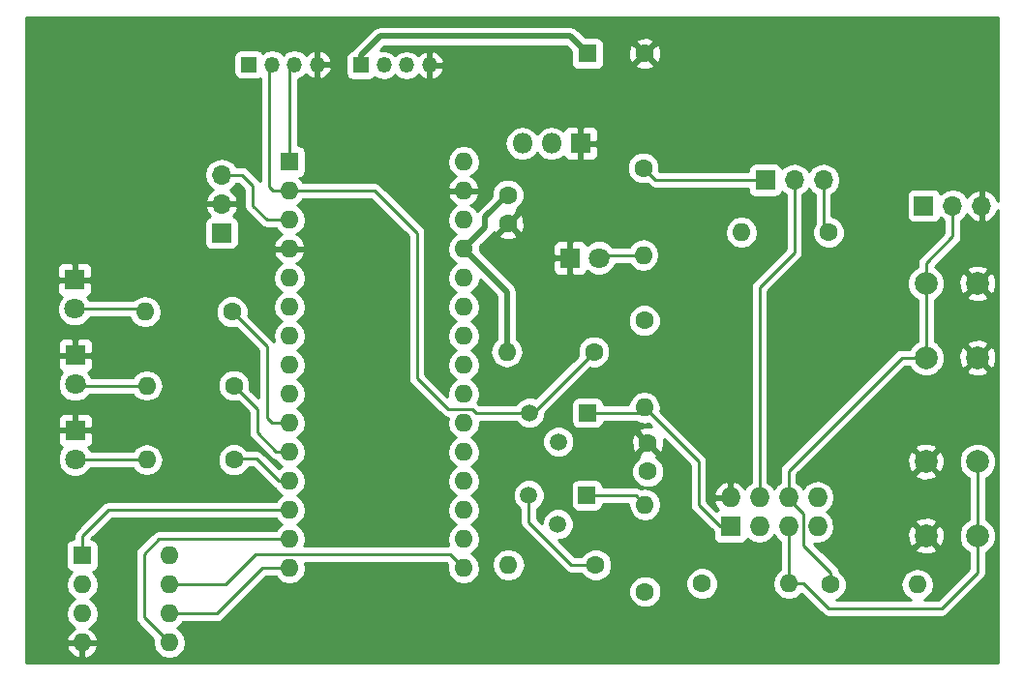
<source format=gbr>
G04 #@! TF.FileFunction,Copper,L1,Top,Signal*
%FSLAX46Y46*%
G04 Gerber Fmt 4.6, Leading zero omitted, Abs format (unit mm)*
G04 Created by KiCad (PCBNEW 4.0.7) date 12/08/18 05:52:10*
%MOMM*%
%LPD*%
G01*
G04 APERTURE LIST*
%ADD10C,0.100000*%
%ADD11R,1.600000X1.600000*%
%ADD12O,1.600000X1.600000*%
%ADD13C,1.600000*%
%ADD14R,1.800000X1.800000*%
%ADD15C,1.800000*%
%ADD16R,1.350000X1.350000*%
%ADD17O,1.350000X1.350000*%
%ADD18C,1.520000*%
%ADD19R,1.520000X1.520000*%
%ADD20R,1.700000X1.700000*%
%ADD21O,1.700000X1.700000*%
%ADD22C,2.000000*%
%ADD23O,1.800000X1.800000*%
%ADD24R,1.727200X1.727200*%
%ADD25O,1.727200X1.727200*%
%ADD26C,0.250000*%
%ADD27C,0.508000*%
%ADD28C,0.254000*%
G04 APERTURE END LIST*
D10*
D11*
X138915001Y-87182600D03*
D12*
X154155001Y-120202600D03*
X138915001Y-89722600D03*
X154155001Y-117662600D03*
X138915001Y-92262600D03*
X154155001Y-115122600D03*
X138915001Y-94802600D03*
X154155001Y-112582600D03*
X138915001Y-97342600D03*
X154155001Y-110042600D03*
X138915001Y-99882600D03*
X154155001Y-107502600D03*
X138915001Y-102422600D03*
X154155001Y-104962600D03*
X138915001Y-104962600D03*
X154155001Y-102422600D03*
X138915001Y-107502600D03*
X154155001Y-99882600D03*
X138915001Y-110042600D03*
X154155001Y-97342600D03*
X138915001Y-112582600D03*
X154155001Y-94802600D03*
X138915001Y-115122600D03*
X154155001Y-92262600D03*
X138915001Y-117662600D03*
X154155001Y-89722600D03*
X138915001Y-120202600D03*
X154155001Y-87182600D03*
X138915001Y-122742600D03*
X154155001Y-122742600D03*
D13*
X158038800Y-90119200D03*
X158038800Y-92619200D03*
D11*
X164998400Y-77724000D03*
D13*
X169998400Y-77724000D03*
X170281600Y-114300000D03*
X170281600Y-111800000D03*
D14*
X163474400Y-95605600D03*
D15*
X166014400Y-95605600D03*
D14*
X120192800Y-110693200D03*
D15*
X120192800Y-113233200D03*
D14*
X120192800Y-104140000D03*
D15*
X120192800Y-106680000D03*
D14*
X120142000Y-97536000D03*
D15*
X120142000Y-100076000D03*
D16*
X145186400Y-78740000D03*
D17*
X147186400Y-78740000D03*
X149186400Y-78740000D03*
X151186400Y-78740000D03*
D16*
X135382000Y-78689200D03*
D17*
X137382000Y-78689200D03*
X139382000Y-78689200D03*
X141382000Y-78689200D03*
D18*
X162407600Y-118922800D03*
X159867600Y-116382800D03*
D19*
X164947600Y-116382800D03*
D18*
X162458400Y-111709200D03*
X159918400Y-109169200D03*
D19*
X164998400Y-109169200D03*
D13*
X165557200Y-103835200D03*
D12*
X157937200Y-103835200D03*
D13*
X165709600Y-122478800D03*
D12*
X158089600Y-122478800D03*
D13*
X134061200Y-113284000D03*
D12*
X126441200Y-113284000D03*
D13*
X134061200Y-106781600D03*
D12*
X126441200Y-106781600D03*
D13*
X175006000Y-124104400D03*
D12*
X182626000Y-124104400D03*
D13*
X133908800Y-100330000D03*
D12*
X126288800Y-100330000D03*
D13*
X169976800Y-101092000D03*
D12*
X169976800Y-108712000D03*
D13*
X186080400Y-93370400D03*
D12*
X178460400Y-93370400D03*
D13*
X169875200Y-87731600D03*
D12*
X169875200Y-95351600D03*
D13*
X186232800Y-124206000D03*
D12*
X193852800Y-124206000D03*
D13*
X170027600Y-124815600D03*
D12*
X170027600Y-117195600D03*
D20*
X132994400Y-93421200D03*
D21*
X132994400Y-90881200D03*
X132994400Y-88341200D03*
D22*
X199114800Y-119938800D03*
X194614800Y-119938800D03*
X199114800Y-113438800D03*
X194614800Y-113438800D03*
D20*
X194411600Y-91033600D03*
D21*
X196951600Y-91033600D03*
X199491600Y-91033600D03*
D20*
X180543200Y-88798400D03*
D21*
X183083200Y-88798400D03*
X185623200Y-88798400D03*
D22*
X199114800Y-104343200D03*
X194614800Y-104343200D03*
X199114800Y-97843200D03*
X194614800Y-97843200D03*
D14*
X164388800Y-85598000D03*
D23*
X161848800Y-85598000D03*
X159308800Y-85598000D03*
D24*
X177495200Y-119126000D03*
D25*
X177495200Y-116586000D03*
X180035200Y-119126000D03*
X180035200Y-116586000D03*
X182575200Y-119126000D03*
X182575200Y-116586000D03*
X185115200Y-119126000D03*
X185115200Y-116586000D03*
D11*
X120802400Y-121666000D03*
D12*
X128422400Y-129286000D03*
X120802400Y-124206000D03*
X128422400Y-126746000D03*
X120802400Y-126746000D03*
X128422400Y-124206000D03*
X120802400Y-129286000D03*
X128422400Y-121666000D03*
D26*
X159867600Y-116382800D02*
X159867600Y-118770400D01*
X163576000Y-122478800D02*
X165709600Y-122478800D01*
X159867600Y-118770400D02*
X163576000Y-122478800D01*
X138915001Y-87182600D02*
X138915001Y-79156199D01*
X138915001Y-79156199D02*
X139382000Y-78689200D01*
X159918400Y-109169200D02*
X160223200Y-109169200D01*
X160223200Y-109169200D02*
X165557200Y-103835200D01*
X159918400Y-109169200D02*
X155244800Y-109169200D01*
X146364600Y-89722600D02*
X138915001Y-89722600D01*
X150063200Y-93421200D02*
X146364600Y-89722600D01*
X150063200Y-106121200D02*
X150063200Y-93421200D01*
X152806400Y-108864400D02*
X150063200Y-106121200D01*
X154940000Y-108864400D02*
X152806400Y-108864400D01*
X155244800Y-109169200D02*
X154940000Y-108864400D01*
X138915001Y-89722600D02*
X137474600Y-89722600D01*
X137109200Y-89357200D02*
X137109200Y-78962000D01*
X137474600Y-89722600D02*
X137109200Y-89357200D01*
X137109200Y-78962000D02*
X137382000Y-78689200D01*
X138915001Y-92262600D02*
X136966600Y-92262600D01*
X134772400Y-88341200D02*
X132994400Y-88341200D01*
X135737600Y-89306400D02*
X134772400Y-88341200D01*
X135737600Y-91033600D02*
X135737600Y-89306400D01*
X136966600Y-92262600D02*
X135737600Y-91033600D01*
X138915001Y-110042600D02*
X137423800Y-110042600D01*
X136956800Y-103378000D02*
X133908800Y-100330000D01*
X136956800Y-109575600D02*
X136956800Y-103378000D01*
X137423800Y-110042600D02*
X136956800Y-109575600D01*
X138915001Y-112582600D02*
X137779400Y-112582600D01*
X136093200Y-108813600D02*
X134061200Y-106781600D01*
X136093200Y-110896400D02*
X136093200Y-108813600D01*
X137779400Y-112582600D02*
X136093200Y-110896400D01*
D27*
X156057600Y-91998800D02*
X156057600Y-92900001D01*
X157937200Y-90119200D02*
X156057600Y-91998800D01*
X156057600Y-92900001D02*
X154155001Y-94802600D01*
X158038800Y-90119200D02*
X157937200Y-90119200D01*
X157937200Y-103835200D02*
X157937200Y-98584799D01*
X157937200Y-98584799D02*
X154155001Y-94802600D01*
D26*
X138915001Y-115122600D02*
X137982600Y-115122600D01*
X136042400Y-113182400D02*
X133705600Y-113182400D01*
X137982600Y-115122600D02*
X136042400Y-113182400D01*
X120802400Y-121666000D02*
X120802400Y-119938800D01*
X123078600Y-117662600D02*
X138915001Y-117662600D01*
X120802400Y-119938800D02*
X123078600Y-117662600D01*
X138915001Y-120202600D02*
X127498200Y-120202600D01*
X126187200Y-127050800D02*
X128422400Y-129286000D01*
X126187200Y-121513600D02*
X126187200Y-127050800D01*
X127498200Y-120202600D02*
X126187200Y-121513600D01*
X138915001Y-122742600D02*
X136591400Y-122742600D01*
X132588000Y-126746000D02*
X128422400Y-126746000D01*
X136591400Y-122742600D02*
X132588000Y-126746000D01*
X128422400Y-124206000D02*
X133350000Y-124206000D01*
X152976801Y-121564400D02*
X154155001Y-122742600D01*
X135991600Y-121564400D02*
X152976801Y-121564400D01*
X133350000Y-124206000D02*
X135991600Y-121564400D01*
D27*
X145186400Y-78740000D02*
X145186400Y-77876400D01*
X163474400Y-76200000D02*
X164998400Y-77724000D01*
X146862800Y-76200000D02*
X163474400Y-76200000D01*
X145186400Y-77876400D02*
X146862800Y-76200000D01*
D26*
X169875200Y-95351600D02*
X166268400Y-95351600D01*
X166268400Y-95351600D02*
X166014400Y-95605600D01*
X120192800Y-113233200D02*
X126034800Y-113233200D01*
X126034800Y-113233200D02*
X126085600Y-113182400D01*
X126441200Y-106781600D02*
X120294400Y-106781600D01*
X120294400Y-106781600D02*
X120192800Y-106680000D01*
X120142000Y-100076000D02*
X126034800Y-100076000D01*
X126034800Y-100076000D02*
X126288800Y-100330000D01*
X177495200Y-119126000D02*
X176631600Y-119126000D01*
X176631600Y-119126000D02*
X174701200Y-117195600D01*
X174701200Y-117195600D02*
X174701200Y-113436400D01*
X174701200Y-113436400D02*
X169976800Y-108712000D01*
X164998400Y-109169200D02*
X169519600Y-109169200D01*
X169519600Y-109169200D02*
X169976800Y-108712000D01*
X164947600Y-116382800D02*
X169214800Y-116382800D01*
X169214800Y-116382800D02*
X170027600Y-117195600D01*
X199114800Y-119938800D02*
X199114800Y-113438800D01*
X182626000Y-124104400D02*
X183896000Y-124104400D01*
X199114800Y-123160400D02*
X199114800Y-119938800D01*
X195986400Y-126288800D02*
X199114800Y-123160400D01*
X186080400Y-126288800D02*
X195986400Y-126288800D01*
X183896000Y-124104400D02*
X186080400Y-126288800D01*
X182575200Y-119126000D02*
X182575200Y-124053600D01*
X182575200Y-124053600D02*
X182626000Y-124104400D01*
X185623200Y-88798400D02*
X185623200Y-92913200D01*
X185623200Y-92913200D02*
X186080400Y-93370400D01*
X180543200Y-88798400D02*
X170942000Y-88798400D01*
X170942000Y-88798400D02*
X169875200Y-87731600D01*
X194614800Y-97843200D02*
X194614800Y-96062800D01*
X196951600Y-93726000D02*
X196951600Y-91033600D01*
X194614800Y-96062800D02*
X196951600Y-93726000D01*
X194614800Y-104343200D02*
X194614800Y-97843200D01*
X182575200Y-116586000D02*
X182575200Y-114249200D01*
X192481200Y-104343200D02*
X194614800Y-104343200D01*
X182575200Y-114249200D02*
X192481200Y-104343200D01*
X186283600Y-123850400D02*
X186283600Y-123139200D01*
X186283600Y-123139200D02*
X183896000Y-120751600D01*
X183896000Y-120751600D02*
X183896000Y-118008400D01*
X183896000Y-118008400D02*
X182575200Y-116687600D01*
X182575200Y-116687600D02*
X182575200Y-116586000D01*
X180035200Y-116586000D02*
X180035200Y-98196400D01*
X183083200Y-95148400D02*
X183083200Y-88798400D01*
X180035200Y-98196400D02*
X183083200Y-95148400D01*
D28*
G36*
X200915200Y-90638622D02*
X200686783Y-90152242D01*
X200258524Y-89761955D01*
X199848490Y-89592124D01*
X199618600Y-89713445D01*
X199618600Y-90906600D01*
X199638600Y-90906600D01*
X199638600Y-91160600D01*
X199618600Y-91160600D01*
X199618600Y-92353755D01*
X199848490Y-92475076D01*
X200258524Y-92305245D01*
X200686783Y-91914958D01*
X200915200Y-91428578D01*
X200915200Y-131014400D01*
X115873600Y-131014400D01*
X115873600Y-129635039D01*
X119410496Y-129635039D01*
X119571359Y-130023423D01*
X119947266Y-130438389D01*
X120453359Y-130677914D01*
X120675400Y-130556629D01*
X120675400Y-129413000D01*
X120929400Y-129413000D01*
X120929400Y-130556629D01*
X121151441Y-130677914D01*
X121657534Y-130438389D01*
X122033441Y-130023423D01*
X122194304Y-129635039D01*
X122072315Y-129413000D01*
X120929400Y-129413000D01*
X120675400Y-129413000D01*
X119532485Y-129413000D01*
X119410496Y-129635039D01*
X115873600Y-129635039D01*
X115873600Y-124206000D01*
X119339287Y-124206000D01*
X119448520Y-124755151D01*
X119759589Y-125220698D01*
X120141675Y-125476000D01*
X119759589Y-125731302D01*
X119448520Y-126196849D01*
X119339287Y-126746000D01*
X119448520Y-127295151D01*
X119759589Y-127760698D01*
X120164103Y-128030986D01*
X119947266Y-128133611D01*
X119571359Y-128548577D01*
X119410496Y-128936961D01*
X119532485Y-129159000D01*
X120675400Y-129159000D01*
X120675400Y-129139000D01*
X120929400Y-129139000D01*
X120929400Y-129159000D01*
X122072315Y-129159000D01*
X122194304Y-128936961D01*
X122033441Y-128548577D01*
X121657534Y-128133611D01*
X121440697Y-128030986D01*
X121845211Y-127760698D01*
X122156280Y-127295151D01*
X122265513Y-126746000D01*
X122156280Y-126196849D01*
X121845211Y-125731302D01*
X121463125Y-125476000D01*
X121845211Y-125220698D01*
X122156280Y-124755151D01*
X122265513Y-124206000D01*
X122156280Y-123656849D01*
X121845211Y-123191302D01*
X121700935Y-123094899D01*
X121837717Y-123069162D01*
X122053841Y-122930090D01*
X122198831Y-122717890D01*
X122249840Y-122466000D01*
X122249840Y-120866000D01*
X122205562Y-120630683D01*
X122066490Y-120414559D01*
X121854290Y-120269569D01*
X121602400Y-120218560D01*
X121597442Y-120218560D01*
X123393402Y-118422600D01*
X137702006Y-118422600D01*
X137872190Y-118677298D01*
X138254276Y-118932600D01*
X137872190Y-119187902D01*
X137702006Y-119442600D01*
X127498200Y-119442600D01*
X127207361Y-119500452D01*
X126960799Y-119665199D01*
X125649799Y-120976199D01*
X125485052Y-121222761D01*
X125427200Y-121513600D01*
X125427200Y-127050800D01*
X125485052Y-127341639D01*
X125649799Y-127588201D01*
X127023712Y-128962114D01*
X126959287Y-129286000D01*
X127068520Y-129835151D01*
X127379589Y-130300698D01*
X127845136Y-130611767D01*
X128394287Y-130721000D01*
X128450513Y-130721000D01*
X128999664Y-130611767D01*
X129465211Y-130300698D01*
X129776280Y-129835151D01*
X129885513Y-129286000D01*
X129776280Y-128736849D01*
X129465211Y-128271302D01*
X129083125Y-128016000D01*
X129465211Y-127760698D01*
X129635395Y-127506000D01*
X132588000Y-127506000D01*
X132878839Y-127448148D01*
X133125401Y-127283401D01*
X135309015Y-125099787D01*
X168592352Y-125099787D01*
X168810357Y-125627400D01*
X169213677Y-126031424D01*
X169740909Y-126250350D01*
X170311787Y-126250848D01*
X170839400Y-126032843D01*
X171243424Y-125629523D01*
X171462350Y-125102291D01*
X171462848Y-124531413D01*
X171403834Y-124388587D01*
X173570752Y-124388587D01*
X173788757Y-124916200D01*
X174192077Y-125320224D01*
X174719309Y-125539150D01*
X175290187Y-125539648D01*
X175817800Y-125321643D01*
X176221824Y-124918323D01*
X176440750Y-124391091D01*
X176441248Y-123820213D01*
X176223243Y-123292600D01*
X175819923Y-122888576D01*
X175292691Y-122669650D01*
X174721813Y-122669152D01*
X174194200Y-122887157D01*
X173790176Y-123290477D01*
X173571250Y-123817709D01*
X173570752Y-124388587D01*
X171403834Y-124388587D01*
X171244843Y-124003800D01*
X170841523Y-123599776D01*
X170314291Y-123380850D01*
X169743413Y-123380352D01*
X169215800Y-123598357D01*
X168811776Y-124001677D01*
X168592850Y-124528909D01*
X168592352Y-125099787D01*
X135309015Y-125099787D01*
X136906202Y-123502600D01*
X137702006Y-123502600D01*
X137872190Y-123757298D01*
X138337737Y-124068367D01*
X138886888Y-124177600D01*
X138943114Y-124177600D01*
X139492265Y-124068367D01*
X139957812Y-123757298D01*
X140268881Y-123291751D01*
X140378114Y-122742600D01*
X140294929Y-122324400D01*
X152661999Y-122324400D01*
X152756313Y-122418714D01*
X152691888Y-122742600D01*
X152801121Y-123291751D01*
X153112190Y-123757298D01*
X153577737Y-124068367D01*
X154126888Y-124177600D01*
X154183114Y-124177600D01*
X154732265Y-124068367D01*
X155197812Y-123757298D01*
X155508881Y-123291751D01*
X155618114Y-122742600D01*
X155565641Y-122478800D01*
X156626487Y-122478800D01*
X156735720Y-123027951D01*
X157046789Y-123493498D01*
X157512336Y-123804567D01*
X158061487Y-123913800D01*
X158117713Y-123913800D01*
X158666864Y-123804567D01*
X159132411Y-123493498D01*
X159443480Y-123027951D01*
X159552713Y-122478800D01*
X159443480Y-121929649D01*
X159132411Y-121464102D01*
X158666864Y-121153033D01*
X158117713Y-121043800D01*
X158061487Y-121043800D01*
X157512336Y-121153033D01*
X157046789Y-121464102D01*
X156735720Y-121929649D01*
X156626487Y-122478800D01*
X155565641Y-122478800D01*
X155508881Y-122193449D01*
X155197812Y-121727902D01*
X154815726Y-121472600D01*
X155197812Y-121217298D01*
X155508881Y-120751751D01*
X155618114Y-120202600D01*
X155508881Y-119653449D01*
X155197812Y-119187902D01*
X154815726Y-118932600D01*
X155197812Y-118677298D01*
X155508881Y-118211751D01*
X155618114Y-117662600D01*
X155508881Y-117113449D01*
X155205271Y-116659065D01*
X158472358Y-116659065D01*
X158684287Y-117171972D01*
X159076364Y-117564734D01*
X159107600Y-117577704D01*
X159107600Y-118770400D01*
X159165452Y-119061239D01*
X159330199Y-119307801D01*
X163038599Y-123016201D01*
X163285161Y-123180948D01*
X163576000Y-123238800D01*
X164470954Y-123238800D01*
X164492357Y-123290600D01*
X164895677Y-123694624D01*
X165422909Y-123913550D01*
X165993787Y-123914048D01*
X166521400Y-123696043D01*
X166925424Y-123292723D01*
X167144350Y-122765491D01*
X167144848Y-122194613D01*
X166926843Y-121667000D01*
X166523523Y-121262976D01*
X165996291Y-121044050D01*
X165425413Y-121043552D01*
X164897800Y-121261557D01*
X164493776Y-121664877D01*
X164471385Y-121718800D01*
X163890802Y-121718800D01*
X162489875Y-120317873D01*
X162683865Y-120318042D01*
X163196772Y-120106113D01*
X163589534Y-119714036D01*
X163802358Y-119201500D01*
X163802842Y-118646535D01*
X163590913Y-118133628D01*
X163198836Y-117740866D01*
X162686300Y-117528042D01*
X162131335Y-117527558D01*
X161618428Y-117739487D01*
X161225666Y-118131564D01*
X161012842Y-118644100D01*
X161012671Y-118840669D01*
X160627600Y-118455598D01*
X160627600Y-117578167D01*
X160656772Y-117566113D01*
X161049534Y-117174036D01*
X161262358Y-116661500D01*
X161262842Y-116106535D01*
X161062967Y-115622800D01*
X163540160Y-115622800D01*
X163540160Y-117142800D01*
X163584438Y-117378117D01*
X163723510Y-117594241D01*
X163935710Y-117739231D01*
X164187600Y-117790240D01*
X165707600Y-117790240D01*
X165942917Y-117745962D01*
X166159041Y-117606890D01*
X166304031Y-117394690D01*
X166355040Y-117142800D01*
X168597511Y-117142800D01*
X168592600Y-117167487D01*
X168592600Y-117223713D01*
X168701833Y-117772864D01*
X169012902Y-118238411D01*
X169478449Y-118549480D01*
X170027600Y-118658713D01*
X170576751Y-118549480D01*
X171042298Y-118238411D01*
X171353367Y-117772864D01*
X171462600Y-117223713D01*
X171462600Y-117167487D01*
X171353367Y-116618336D01*
X171042298Y-116152789D01*
X170576751Y-115841720D01*
X170039171Y-115734789D01*
X170565787Y-115735248D01*
X171093400Y-115517243D01*
X171497424Y-115113923D01*
X171716350Y-114586691D01*
X171716848Y-114015813D01*
X171498843Y-113488200D01*
X171095523Y-113084176D01*
X171029056Y-113056577D01*
X171035605Y-113053864D01*
X171109739Y-112807745D01*
X170281600Y-111979605D01*
X169453461Y-112807745D01*
X169527595Y-113053864D01*
X169534083Y-113056196D01*
X169469800Y-113082757D01*
X169065776Y-113486077D01*
X168846850Y-114013309D01*
X168846352Y-114584187D01*
X169064357Y-115111800D01*
X169467677Y-115515824D01*
X169994909Y-115734750D01*
X170016130Y-115734769D01*
X169685159Y-115800603D01*
X169505639Y-115680652D01*
X169214800Y-115622800D01*
X166355040Y-115622800D01*
X166310762Y-115387483D01*
X166171690Y-115171359D01*
X165959490Y-115026369D01*
X165707600Y-114975360D01*
X164187600Y-114975360D01*
X163952283Y-115019638D01*
X163736159Y-115158710D01*
X163591169Y-115370910D01*
X163540160Y-115622800D01*
X161062967Y-115622800D01*
X161050913Y-115593628D01*
X160658836Y-115200866D01*
X160146300Y-114988042D01*
X159591335Y-114987558D01*
X159078428Y-115199487D01*
X158685666Y-115591564D01*
X158472842Y-116104100D01*
X158472358Y-116659065D01*
X155205271Y-116659065D01*
X155197812Y-116647902D01*
X154815726Y-116392600D01*
X155197812Y-116137298D01*
X155508881Y-115671751D01*
X155618114Y-115122600D01*
X155508881Y-114573449D01*
X155197812Y-114107902D01*
X154815726Y-113852600D01*
X155197812Y-113597298D01*
X155508881Y-113131751D01*
X155618114Y-112582600D01*
X155508881Y-112033449D01*
X155476820Y-111985465D01*
X161063158Y-111985465D01*
X161275087Y-112498372D01*
X161667164Y-112891134D01*
X162179700Y-113103958D01*
X162734665Y-113104442D01*
X163247572Y-112892513D01*
X163640334Y-112500436D01*
X163853158Y-111987900D01*
X163853510Y-111583223D01*
X168834635Y-111583223D01*
X168861822Y-112153454D01*
X169027736Y-112554005D01*
X169273855Y-112628139D01*
X170101995Y-111800000D01*
X169273855Y-110971861D01*
X169027736Y-111045995D01*
X168834635Y-111583223D01*
X163853510Y-111583223D01*
X163853642Y-111432935D01*
X163641713Y-110920028D01*
X163249636Y-110527266D01*
X162737100Y-110314442D01*
X162182135Y-110313958D01*
X161669228Y-110525887D01*
X161276466Y-110917964D01*
X161063642Y-111430500D01*
X161063158Y-111985465D01*
X155476820Y-111985465D01*
X155197812Y-111567902D01*
X154815726Y-111312600D01*
X155197812Y-111057298D01*
X155508881Y-110591751D01*
X155618114Y-110042600D01*
X155595557Y-109929200D01*
X158723033Y-109929200D01*
X158735087Y-109958372D01*
X159127164Y-110351134D01*
X159639700Y-110563958D01*
X160194665Y-110564442D01*
X160707572Y-110352513D01*
X161100334Y-109960436D01*
X161313158Y-109447900D01*
X161313415Y-109153787D01*
X162058002Y-108409200D01*
X163590960Y-108409200D01*
X163590960Y-109929200D01*
X163635238Y-110164517D01*
X163774310Y-110380641D01*
X163986510Y-110525631D01*
X164238400Y-110576640D01*
X165758400Y-110576640D01*
X165993717Y-110532362D01*
X166209841Y-110393290D01*
X166354831Y-110181090D01*
X166405840Y-109929200D01*
X169223093Y-109929200D01*
X169427649Y-110065880D01*
X169976800Y-110175113D01*
X170300686Y-110110688D01*
X170568091Y-110378093D01*
X170498377Y-110353035D01*
X169928146Y-110380222D01*
X169527595Y-110546136D01*
X169453461Y-110792255D01*
X170281600Y-111620395D01*
X170295742Y-111606252D01*
X170475348Y-111785858D01*
X170461205Y-111800000D01*
X171289345Y-112628139D01*
X171535464Y-112554005D01*
X171728565Y-112016777D01*
X171704624Y-111514626D01*
X173941200Y-113751202D01*
X173941200Y-117195600D01*
X173999052Y-117486439D01*
X174163799Y-117733001D01*
X175984160Y-119553362D01*
X175984160Y-119989600D01*
X176028438Y-120224917D01*
X176167510Y-120441041D01*
X176379710Y-120586031D01*
X176631600Y-120637040D01*
X178358800Y-120637040D01*
X178594117Y-120592762D01*
X178810241Y-120453690D01*
X178955231Y-120241490D01*
X178964064Y-120197869D01*
X178975530Y-120215029D01*
X179461711Y-120539885D01*
X180035200Y-120653959D01*
X180608689Y-120539885D01*
X181094870Y-120215029D01*
X181305200Y-119900248D01*
X181515530Y-120215029D01*
X181815200Y-120415262D01*
X181815200Y-122934677D01*
X181583189Y-123089702D01*
X181272120Y-123555249D01*
X181162887Y-124104400D01*
X181272120Y-124653551D01*
X181583189Y-125119098D01*
X182048736Y-125430167D01*
X182597887Y-125539400D01*
X182654113Y-125539400D01*
X183203264Y-125430167D01*
X183668811Y-125119098D01*
X183735736Y-125018938D01*
X185542999Y-126826201D01*
X185789561Y-126990948D01*
X186080400Y-127048800D01*
X195986400Y-127048800D01*
X196277239Y-126990948D01*
X196523801Y-126826201D01*
X199652201Y-123697801D01*
X199816948Y-123451239D01*
X199874800Y-123160400D01*
X199874800Y-121393847D01*
X200039743Y-121325694D01*
X200500078Y-120866163D01*
X200749516Y-120265448D01*
X200750084Y-119615005D01*
X200501694Y-119013857D01*
X200042163Y-118553522D01*
X199874800Y-118484027D01*
X199874800Y-114893847D01*
X200039743Y-114825694D01*
X200500078Y-114366163D01*
X200749516Y-113765448D01*
X200750084Y-113115005D01*
X200501694Y-112513857D01*
X200042163Y-112053522D01*
X199441448Y-111804084D01*
X198791005Y-111803516D01*
X198189857Y-112051906D01*
X197729522Y-112511437D01*
X197480084Y-113112152D01*
X197479516Y-113762595D01*
X197727906Y-114363743D01*
X198187437Y-114824078D01*
X198354800Y-114893573D01*
X198354800Y-118483753D01*
X198189857Y-118551906D01*
X197729522Y-119011437D01*
X197480084Y-119612152D01*
X197479516Y-120262595D01*
X197727906Y-120863743D01*
X198187437Y-121324078D01*
X198354800Y-121393573D01*
X198354800Y-122845598D01*
X195671598Y-125528800D01*
X194434504Y-125528800D01*
X194895611Y-125220698D01*
X195206680Y-124755151D01*
X195315913Y-124206000D01*
X195206680Y-123656849D01*
X194895611Y-123191302D01*
X194430064Y-122880233D01*
X193880913Y-122771000D01*
X193824687Y-122771000D01*
X193275536Y-122880233D01*
X192809989Y-123191302D01*
X192498920Y-123656849D01*
X192389687Y-124206000D01*
X192498920Y-124755151D01*
X192809989Y-125220698D01*
X193271096Y-125528800D01*
X186789132Y-125528800D01*
X187044600Y-125423243D01*
X187448624Y-125019923D01*
X187667550Y-124492691D01*
X187668048Y-123921813D01*
X187450043Y-123394200D01*
X187046723Y-122990176D01*
X187011007Y-122975345D01*
X186985748Y-122848360D01*
X186821001Y-122601799D01*
X185310534Y-121091332D01*
X193641873Y-121091332D01*
X193740536Y-121358187D01*
X194350261Y-121584708D01*
X195000260Y-121560656D01*
X195489064Y-121358187D01*
X195587727Y-121091332D01*
X194614800Y-120118405D01*
X193641873Y-121091332D01*
X185310534Y-121091332D01*
X184813062Y-120593860D01*
X185115200Y-120653959D01*
X185688689Y-120539885D01*
X186174870Y-120215029D01*
X186499726Y-119728848D01*
X186510584Y-119674261D01*
X192968892Y-119674261D01*
X192992944Y-120324260D01*
X193195413Y-120813064D01*
X193462268Y-120911727D01*
X194435195Y-119938800D01*
X194794405Y-119938800D01*
X195767332Y-120911727D01*
X196034187Y-120813064D01*
X196260708Y-120203339D01*
X196236656Y-119553340D01*
X196034187Y-119064536D01*
X195767332Y-118965873D01*
X194794405Y-119938800D01*
X194435195Y-119938800D01*
X193462268Y-118965873D01*
X193195413Y-119064536D01*
X192968892Y-119674261D01*
X186510584Y-119674261D01*
X186613800Y-119155359D01*
X186613800Y-119096641D01*
X186552064Y-118786268D01*
X193641873Y-118786268D01*
X194614800Y-119759195D01*
X195587727Y-118786268D01*
X195489064Y-118519413D01*
X194879339Y-118292892D01*
X194229340Y-118316944D01*
X193740536Y-118519413D01*
X193641873Y-118786268D01*
X186552064Y-118786268D01*
X186499726Y-118523152D01*
X186174870Y-118036971D01*
X185904028Y-117856000D01*
X186174870Y-117675029D01*
X186499726Y-117188848D01*
X186613800Y-116615359D01*
X186613800Y-116556641D01*
X186499726Y-115983152D01*
X186174870Y-115496971D01*
X185688689Y-115172115D01*
X185115200Y-115058041D01*
X184541711Y-115172115D01*
X184055530Y-115496971D01*
X183845200Y-115811752D01*
X183634870Y-115496971D01*
X183335200Y-115296738D01*
X183335200Y-114591332D01*
X193641873Y-114591332D01*
X193740536Y-114858187D01*
X194350261Y-115084708D01*
X195000260Y-115060656D01*
X195489064Y-114858187D01*
X195587727Y-114591332D01*
X194614800Y-113618405D01*
X193641873Y-114591332D01*
X183335200Y-114591332D01*
X183335200Y-114564002D01*
X184724941Y-113174261D01*
X192968892Y-113174261D01*
X192992944Y-113824260D01*
X193195413Y-114313064D01*
X193462268Y-114411727D01*
X194435195Y-113438800D01*
X194794405Y-113438800D01*
X195767332Y-114411727D01*
X196034187Y-114313064D01*
X196260708Y-113703339D01*
X196236656Y-113053340D01*
X196034187Y-112564536D01*
X195767332Y-112465873D01*
X194794405Y-113438800D01*
X194435195Y-113438800D01*
X193462268Y-112465873D01*
X193195413Y-112564536D01*
X192968892Y-113174261D01*
X184724941Y-113174261D01*
X185612934Y-112286268D01*
X193641873Y-112286268D01*
X194614800Y-113259195D01*
X195587727Y-112286268D01*
X195489064Y-112019413D01*
X194879339Y-111792892D01*
X194229340Y-111816944D01*
X193740536Y-112019413D01*
X193641873Y-112286268D01*
X185612934Y-112286268D01*
X192796002Y-105103200D01*
X193159753Y-105103200D01*
X193227906Y-105268143D01*
X193687437Y-105728478D01*
X194288152Y-105977916D01*
X194938595Y-105978484D01*
X195539743Y-105730094D01*
X195774515Y-105495732D01*
X198141873Y-105495732D01*
X198240536Y-105762587D01*
X198850261Y-105989108D01*
X199500260Y-105965056D01*
X199989064Y-105762587D01*
X200087727Y-105495732D01*
X199114800Y-104522805D01*
X198141873Y-105495732D01*
X195774515Y-105495732D01*
X196000078Y-105270563D01*
X196249516Y-104669848D01*
X196250032Y-104078661D01*
X197468892Y-104078661D01*
X197492944Y-104728660D01*
X197695413Y-105217464D01*
X197962268Y-105316127D01*
X198935195Y-104343200D01*
X199294405Y-104343200D01*
X200267332Y-105316127D01*
X200534187Y-105217464D01*
X200760708Y-104607739D01*
X200736656Y-103957740D01*
X200534187Y-103468936D01*
X200267332Y-103370273D01*
X199294405Y-104343200D01*
X198935195Y-104343200D01*
X197962268Y-103370273D01*
X197695413Y-103468936D01*
X197468892Y-104078661D01*
X196250032Y-104078661D01*
X196250084Y-104019405D01*
X196001694Y-103418257D01*
X195774503Y-103190668D01*
X198141873Y-103190668D01*
X199114800Y-104163595D01*
X200087727Y-103190668D01*
X199989064Y-102923813D01*
X199379339Y-102697292D01*
X198729340Y-102721344D01*
X198240536Y-102923813D01*
X198141873Y-103190668D01*
X195774503Y-103190668D01*
X195542163Y-102957922D01*
X195374800Y-102888427D01*
X195374800Y-99298247D01*
X195539743Y-99230094D01*
X195774515Y-98995732D01*
X198141873Y-98995732D01*
X198240536Y-99262587D01*
X198850261Y-99489108D01*
X199500260Y-99465056D01*
X199989064Y-99262587D01*
X200087727Y-98995732D01*
X199114800Y-98022805D01*
X198141873Y-98995732D01*
X195774515Y-98995732D01*
X196000078Y-98770563D01*
X196249516Y-98169848D01*
X196250032Y-97578661D01*
X197468892Y-97578661D01*
X197492944Y-98228660D01*
X197695413Y-98717464D01*
X197962268Y-98816127D01*
X198935195Y-97843200D01*
X199294405Y-97843200D01*
X200267332Y-98816127D01*
X200534187Y-98717464D01*
X200760708Y-98107739D01*
X200736656Y-97457740D01*
X200534187Y-96968936D01*
X200267332Y-96870273D01*
X199294405Y-97843200D01*
X198935195Y-97843200D01*
X197962268Y-96870273D01*
X197695413Y-96968936D01*
X197468892Y-97578661D01*
X196250032Y-97578661D01*
X196250084Y-97519405D01*
X196001694Y-96918257D01*
X195774503Y-96690668D01*
X198141873Y-96690668D01*
X199114800Y-97663595D01*
X200087727Y-96690668D01*
X199989064Y-96423813D01*
X199379339Y-96197292D01*
X198729340Y-96221344D01*
X198240536Y-96423813D01*
X198141873Y-96690668D01*
X195774503Y-96690668D01*
X195542163Y-96457922D01*
X195374800Y-96388427D01*
X195374800Y-96377602D01*
X197489001Y-94263401D01*
X197653748Y-94016840D01*
X197711600Y-93726000D01*
X197711600Y-92306554D01*
X198001654Y-92112747D01*
X198229302Y-91772047D01*
X198296417Y-91914958D01*
X198724676Y-92305245D01*
X199134710Y-92475076D01*
X199364600Y-92353755D01*
X199364600Y-91160600D01*
X199344600Y-91160600D01*
X199344600Y-90906600D01*
X199364600Y-90906600D01*
X199364600Y-89713445D01*
X199134710Y-89592124D01*
X198724676Y-89761955D01*
X198296417Y-90152242D01*
X198229302Y-90295153D01*
X198001654Y-89954453D01*
X197519885Y-89632546D01*
X196951600Y-89519507D01*
X196383315Y-89632546D01*
X195901546Y-89954453D01*
X195873750Y-89996052D01*
X195864762Y-89948283D01*
X195725690Y-89732159D01*
X195513490Y-89587169D01*
X195261600Y-89536160D01*
X193561600Y-89536160D01*
X193326283Y-89580438D01*
X193110159Y-89719510D01*
X192965169Y-89931710D01*
X192914160Y-90183600D01*
X192914160Y-91883600D01*
X192958438Y-92118917D01*
X193097510Y-92335041D01*
X193309710Y-92480031D01*
X193561600Y-92531040D01*
X195261600Y-92531040D01*
X195496917Y-92486762D01*
X195713041Y-92347690D01*
X195858031Y-92135490D01*
X195871686Y-92068059D01*
X195901546Y-92112747D01*
X196191600Y-92306554D01*
X196191600Y-93411198D01*
X194077399Y-95525399D01*
X193912652Y-95771961D01*
X193854800Y-96062800D01*
X193854800Y-96388153D01*
X193689857Y-96456306D01*
X193229522Y-96915837D01*
X192980084Y-97516552D01*
X192979516Y-98166995D01*
X193227906Y-98768143D01*
X193687437Y-99228478D01*
X193854800Y-99297973D01*
X193854800Y-102888153D01*
X193689857Y-102956306D01*
X193229522Y-103415837D01*
X193160027Y-103583200D01*
X192481200Y-103583200D01*
X192190361Y-103641052D01*
X191943799Y-103805799D01*
X182037799Y-113711799D01*
X181873052Y-113958361D01*
X181815200Y-114249200D01*
X181815200Y-115296738D01*
X181515530Y-115496971D01*
X181305200Y-115811752D01*
X181094870Y-115496971D01*
X180795200Y-115296738D01*
X180795200Y-98511202D01*
X183620601Y-95685801D01*
X183785348Y-95439239D01*
X183843200Y-95148400D01*
X183843200Y-90071354D01*
X184133254Y-89877547D01*
X184353200Y-89548374D01*
X184573146Y-89877547D01*
X184863200Y-90071354D01*
X184863200Y-92559791D01*
X184645650Y-93083709D01*
X184645152Y-93654587D01*
X184863157Y-94182200D01*
X185266477Y-94586224D01*
X185793709Y-94805150D01*
X186364587Y-94805648D01*
X186892200Y-94587643D01*
X187296224Y-94184323D01*
X187515150Y-93657091D01*
X187515648Y-93086213D01*
X187297643Y-92558600D01*
X186894323Y-92154576D01*
X186383200Y-91942339D01*
X186383200Y-90071354D01*
X186673254Y-89877547D01*
X186995161Y-89395778D01*
X187108200Y-88827493D01*
X187108200Y-88769307D01*
X186995161Y-88201022D01*
X186673254Y-87719253D01*
X186191485Y-87397346D01*
X185623200Y-87284307D01*
X185054915Y-87397346D01*
X184573146Y-87719253D01*
X184353200Y-88048426D01*
X184133254Y-87719253D01*
X183651485Y-87397346D01*
X183083200Y-87284307D01*
X182514915Y-87397346D01*
X182033146Y-87719253D01*
X182005350Y-87760852D01*
X181996362Y-87713083D01*
X181857290Y-87496959D01*
X181645090Y-87351969D01*
X181393200Y-87300960D01*
X179693200Y-87300960D01*
X179457883Y-87345238D01*
X179241759Y-87484310D01*
X179096769Y-87696510D01*
X179045760Y-87948400D01*
X179045760Y-88038400D01*
X171301600Y-88038400D01*
X171309950Y-88018291D01*
X171310448Y-87447413D01*
X171092443Y-86919800D01*
X170689123Y-86515776D01*
X170161891Y-86296850D01*
X169591013Y-86296352D01*
X169063400Y-86514357D01*
X168659376Y-86917677D01*
X168440450Y-87444909D01*
X168439952Y-88015787D01*
X168657957Y-88543400D01*
X169061277Y-88947424D01*
X169588509Y-89166350D01*
X170159387Y-89166848D01*
X170213349Y-89144551D01*
X170404599Y-89335801D01*
X170651161Y-89500548D01*
X170942000Y-89558400D01*
X179045760Y-89558400D01*
X179045760Y-89648400D01*
X179090038Y-89883717D01*
X179229110Y-90099841D01*
X179441310Y-90244831D01*
X179693200Y-90295840D01*
X181393200Y-90295840D01*
X181628517Y-90251562D01*
X181844641Y-90112490D01*
X181989631Y-89900290D01*
X182003286Y-89832859D01*
X182033146Y-89877547D01*
X182323200Y-90071354D01*
X182323200Y-94833598D01*
X179497799Y-97658999D01*
X179333052Y-97905561D01*
X179275200Y-98196400D01*
X179275200Y-115296738D01*
X178975530Y-115496971D01*
X178759536Y-115820228D01*
X178702021Y-115697510D01*
X178270147Y-115303312D01*
X177854226Y-115131042D01*
X177622200Y-115252183D01*
X177622200Y-116459000D01*
X177642200Y-116459000D01*
X177642200Y-116713000D01*
X177622200Y-116713000D01*
X177622200Y-116733000D01*
X177368200Y-116733000D01*
X177368200Y-116713000D01*
X176160731Y-116713000D01*
X176040232Y-116945027D01*
X176288379Y-117474490D01*
X176474633Y-117644495D01*
X176396283Y-117659238D01*
X176300971Y-117720569D01*
X175461200Y-116880798D01*
X175461200Y-116226973D01*
X176040232Y-116226973D01*
X176160731Y-116459000D01*
X177368200Y-116459000D01*
X177368200Y-115252183D01*
X177136174Y-115131042D01*
X176720253Y-115303312D01*
X176288379Y-115697510D01*
X176040232Y-116226973D01*
X175461200Y-116226973D01*
X175461200Y-113436400D01*
X175403348Y-113145561D01*
X175238601Y-112898999D01*
X171356704Y-109017102D01*
X171411800Y-108740113D01*
X171411800Y-108683887D01*
X171302567Y-108134736D01*
X170991498Y-107669189D01*
X170525951Y-107358120D01*
X169976800Y-107248887D01*
X169427649Y-107358120D01*
X168962102Y-107669189D01*
X168651033Y-108134736D01*
X168596439Y-108409200D01*
X166405840Y-108409200D01*
X166361562Y-108173883D01*
X166222490Y-107957759D01*
X166010290Y-107812769D01*
X165758400Y-107761760D01*
X164238400Y-107761760D01*
X164003083Y-107806038D01*
X163786959Y-107945110D01*
X163641969Y-108157310D01*
X163590960Y-108409200D01*
X162058002Y-108409200D01*
X165218746Y-105248456D01*
X165270509Y-105269950D01*
X165841387Y-105270448D01*
X166369000Y-105052443D01*
X166773024Y-104649123D01*
X166991950Y-104121891D01*
X166992448Y-103551013D01*
X166774443Y-103023400D01*
X166371123Y-102619376D01*
X165843891Y-102400450D01*
X165273013Y-102399952D01*
X164745400Y-102617957D01*
X164341376Y-103021277D01*
X164122450Y-103548509D01*
X164121952Y-104119387D01*
X164144249Y-104173349D01*
X160441622Y-107875976D01*
X160197100Y-107774442D01*
X159642135Y-107773958D01*
X159129228Y-107985887D01*
X158736466Y-108377964D01*
X158723496Y-108409200D01*
X155559602Y-108409200D01*
X155477401Y-108326999D01*
X155372016Y-108256583D01*
X155508881Y-108051751D01*
X155618114Y-107502600D01*
X155508881Y-106953449D01*
X155197812Y-106487902D01*
X154815726Y-106232600D01*
X155197812Y-105977298D01*
X155508881Y-105511751D01*
X155618114Y-104962600D01*
X155508881Y-104413449D01*
X155197812Y-103947902D01*
X154815726Y-103692600D01*
X155197812Y-103437298D01*
X155508881Y-102971751D01*
X155618114Y-102422600D01*
X155508881Y-101873449D01*
X155197812Y-101407902D01*
X154815726Y-101152600D01*
X155197812Y-100897298D01*
X155508881Y-100431751D01*
X155618114Y-99882600D01*
X155508881Y-99333449D01*
X155197812Y-98867902D01*
X154815726Y-98612600D01*
X155197812Y-98357298D01*
X155508881Y-97891751D01*
X155588192Y-97493027D01*
X157048200Y-98953035D01*
X157048200Y-102717729D01*
X156894389Y-102820502D01*
X156583320Y-103286049D01*
X156474087Y-103835200D01*
X156583320Y-104384351D01*
X156894389Y-104849898D01*
X157359936Y-105160967D01*
X157909087Y-105270200D01*
X157965313Y-105270200D01*
X158514464Y-105160967D01*
X158980011Y-104849898D01*
X159291080Y-104384351D01*
X159400313Y-103835200D01*
X159291080Y-103286049D01*
X158980011Y-102820502D01*
X158826200Y-102717729D01*
X158826200Y-101376187D01*
X168541552Y-101376187D01*
X168759557Y-101903800D01*
X169162877Y-102307824D01*
X169690109Y-102526750D01*
X170260987Y-102527248D01*
X170788600Y-102309243D01*
X171192624Y-101905923D01*
X171411550Y-101378691D01*
X171412048Y-100807813D01*
X171194043Y-100280200D01*
X170790723Y-99876176D01*
X170263491Y-99657250D01*
X169692613Y-99656752D01*
X169165000Y-99874757D01*
X168760976Y-100278077D01*
X168542050Y-100805309D01*
X168541552Y-101376187D01*
X158826200Y-101376187D01*
X158826200Y-98584799D01*
X158758529Y-98244593D01*
X158565818Y-97956181D01*
X156500987Y-95891350D01*
X161939400Y-95891350D01*
X161939400Y-96631910D01*
X162036073Y-96865299D01*
X162214702Y-97043927D01*
X162448091Y-97140600D01*
X163188650Y-97140600D01*
X163347400Y-96981850D01*
X163347400Y-95732600D01*
X162098150Y-95732600D01*
X161939400Y-95891350D01*
X156500987Y-95891350D01*
X155583957Y-94974320D01*
X155618114Y-94802600D01*
X155583957Y-94630880D01*
X155635547Y-94579290D01*
X161939400Y-94579290D01*
X161939400Y-95319850D01*
X162098150Y-95478600D01*
X163347400Y-95478600D01*
X163347400Y-94229350D01*
X163601400Y-94229350D01*
X163601400Y-95478600D01*
X163621400Y-95478600D01*
X163621400Y-95732600D01*
X163601400Y-95732600D01*
X163601400Y-96981850D01*
X163760150Y-97140600D01*
X164500709Y-97140600D01*
X164734098Y-97043927D01*
X164912727Y-96865299D01*
X164968519Y-96730606D01*
X165143757Y-96906151D01*
X165707730Y-97140333D01*
X166318391Y-97140865D01*
X166882771Y-96907668D01*
X167314951Y-96476243D01*
X167466364Y-96111600D01*
X168671533Y-96111600D01*
X168860502Y-96394411D01*
X169326049Y-96705480D01*
X169875200Y-96814713D01*
X170424351Y-96705480D01*
X170889898Y-96394411D01*
X171200967Y-95928864D01*
X171310200Y-95379713D01*
X171310200Y-95323487D01*
X171200967Y-94774336D01*
X170889898Y-94308789D01*
X170424351Y-93997720D01*
X169875200Y-93888487D01*
X169326049Y-93997720D01*
X168860502Y-94308789D01*
X168671533Y-94591600D01*
X167171093Y-94591600D01*
X166885043Y-94305049D01*
X166321070Y-94070867D01*
X165710409Y-94070335D01*
X165146029Y-94303532D01*
X164968559Y-94480692D01*
X164912727Y-94345901D01*
X164734098Y-94167273D01*
X164500709Y-94070600D01*
X163760150Y-94070600D01*
X163601400Y-94229350D01*
X163347400Y-94229350D01*
X163188650Y-94070600D01*
X162448091Y-94070600D01*
X162214702Y-94167273D01*
X162036073Y-94345901D01*
X161939400Y-94579290D01*
X155635547Y-94579290D01*
X156587892Y-93626945D01*
X157210661Y-93626945D01*
X157284795Y-93873064D01*
X157822023Y-94066165D01*
X158392254Y-94038978D01*
X158792805Y-93873064D01*
X158866939Y-93626945D01*
X158038800Y-92798805D01*
X157210661Y-93626945D01*
X156587892Y-93626945D01*
X156686218Y-93528619D01*
X156789204Y-93374490D01*
X157031055Y-93447339D01*
X157859195Y-92619200D01*
X158218405Y-92619200D01*
X159046545Y-93447339D01*
X159292664Y-93373205D01*
X159293672Y-93370400D01*
X176997287Y-93370400D01*
X177106520Y-93919551D01*
X177417589Y-94385098D01*
X177883136Y-94696167D01*
X178432287Y-94805400D01*
X178488513Y-94805400D01*
X179037664Y-94696167D01*
X179503211Y-94385098D01*
X179814280Y-93919551D01*
X179923513Y-93370400D01*
X179814280Y-92821249D01*
X179503211Y-92355702D01*
X179037664Y-92044633D01*
X178488513Y-91935400D01*
X178432287Y-91935400D01*
X177883136Y-92044633D01*
X177417589Y-92355702D01*
X177106520Y-92821249D01*
X176997287Y-93370400D01*
X159293672Y-93370400D01*
X159485765Y-92835977D01*
X159458578Y-92265746D01*
X159292664Y-91865195D01*
X159046545Y-91791061D01*
X158218405Y-92619200D01*
X157859195Y-92619200D01*
X157845052Y-92605058D01*
X158024658Y-92425452D01*
X158038800Y-92439595D01*
X158866939Y-91611455D01*
X158792805Y-91365336D01*
X158786317Y-91363004D01*
X158850600Y-91336443D01*
X159254624Y-90933123D01*
X159473550Y-90405891D01*
X159474048Y-89835013D01*
X159256043Y-89307400D01*
X158852723Y-88903376D01*
X158325491Y-88684450D01*
X157754613Y-88683952D01*
X157227000Y-88901957D01*
X156822976Y-89305277D01*
X156604050Y-89832509D01*
X156603733Y-90195431D01*
X155428982Y-91370182D01*
X155354250Y-91482027D01*
X155197812Y-91247902D01*
X154793298Y-90977614D01*
X155010135Y-90874989D01*
X155386042Y-90460023D01*
X155546905Y-90071639D01*
X155424916Y-89849600D01*
X154282001Y-89849600D01*
X154282001Y-89869600D01*
X154028001Y-89869600D01*
X154028001Y-89849600D01*
X152885086Y-89849600D01*
X152763097Y-90071639D01*
X152923960Y-90460023D01*
X153299867Y-90874989D01*
X153516704Y-90977614D01*
X153112190Y-91247902D01*
X152801121Y-91713449D01*
X152691888Y-92262600D01*
X152801121Y-92811751D01*
X153112190Y-93277298D01*
X153494276Y-93532600D01*
X153112190Y-93787902D01*
X152801121Y-94253449D01*
X152691888Y-94802600D01*
X152801121Y-95351751D01*
X153112190Y-95817298D01*
X153494276Y-96072600D01*
X153112190Y-96327902D01*
X152801121Y-96793449D01*
X152691888Y-97342600D01*
X152801121Y-97891751D01*
X153112190Y-98357298D01*
X153494276Y-98612600D01*
X153112190Y-98867902D01*
X152801121Y-99333449D01*
X152691888Y-99882600D01*
X152801121Y-100431751D01*
X153112190Y-100897298D01*
X153494276Y-101152600D01*
X153112190Y-101407902D01*
X152801121Y-101873449D01*
X152691888Y-102422600D01*
X152801121Y-102971751D01*
X153112190Y-103437298D01*
X153494276Y-103692600D01*
X153112190Y-103947902D01*
X152801121Y-104413449D01*
X152691888Y-104962600D01*
X152801121Y-105511751D01*
X153112190Y-105977298D01*
X153494276Y-106232600D01*
X153112190Y-106487902D01*
X152801121Y-106953449D01*
X152691888Y-107502600D01*
X152734717Y-107717915D01*
X150823200Y-105806398D01*
X150823200Y-93421200D01*
X150780004Y-93204039D01*
X150765348Y-93130360D01*
X150600601Y-92883799D01*
X146902001Y-89185199D01*
X146655439Y-89020452D01*
X146364600Y-88962600D01*
X140127996Y-88962600D01*
X139957812Y-88707902D01*
X139813536Y-88611499D01*
X139950318Y-88585762D01*
X140166442Y-88446690D01*
X140311432Y-88234490D01*
X140362441Y-87982600D01*
X140362441Y-87182600D01*
X152691888Y-87182600D01*
X152801121Y-87731751D01*
X153112190Y-88197298D01*
X153516704Y-88467586D01*
X153299867Y-88570211D01*
X152923960Y-88985177D01*
X152763097Y-89373561D01*
X152885086Y-89595600D01*
X154028001Y-89595600D01*
X154028001Y-89575600D01*
X154282001Y-89575600D01*
X154282001Y-89595600D01*
X155424916Y-89595600D01*
X155546905Y-89373561D01*
X155386042Y-88985177D01*
X155010135Y-88570211D01*
X154793298Y-88467586D01*
X155197812Y-88197298D01*
X155508881Y-87731751D01*
X155618114Y-87182600D01*
X155508881Y-86633449D01*
X155197812Y-86167902D01*
X154732265Y-85856833D01*
X154183114Y-85747600D01*
X154126888Y-85747600D01*
X153577737Y-85856833D01*
X153112190Y-86167902D01*
X152801121Y-86633449D01*
X152691888Y-87182600D01*
X140362441Y-87182600D01*
X140362441Y-86382600D01*
X140318163Y-86147283D01*
X140179091Y-85931159D01*
X139966891Y-85786169D01*
X139715001Y-85735160D01*
X139675001Y-85735160D01*
X139675001Y-85598000D01*
X157743728Y-85598000D01*
X157860573Y-86185419D01*
X158193319Y-86683409D01*
X158691309Y-87016155D01*
X159278728Y-87133000D01*
X159338872Y-87133000D01*
X159926291Y-87016155D01*
X160424281Y-86683409D01*
X160578800Y-86452155D01*
X160733319Y-86683409D01*
X161231309Y-87016155D01*
X161818728Y-87133000D01*
X161878872Y-87133000D01*
X162466291Y-87016155D01*
X162896922Y-86728417D01*
X162950473Y-86857699D01*
X163129102Y-87036327D01*
X163362491Y-87133000D01*
X164103050Y-87133000D01*
X164261800Y-86974250D01*
X164261800Y-85725000D01*
X164515800Y-85725000D01*
X164515800Y-86974250D01*
X164674550Y-87133000D01*
X165415109Y-87133000D01*
X165648498Y-87036327D01*
X165827127Y-86857699D01*
X165923800Y-86624310D01*
X165923800Y-85883750D01*
X165765050Y-85725000D01*
X164515800Y-85725000D01*
X164261800Y-85725000D01*
X164241800Y-85725000D01*
X164241800Y-85471000D01*
X164261800Y-85471000D01*
X164261800Y-84221750D01*
X164515800Y-84221750D01*
X164515800Y-85471000D01*
X165765050Y-85471000D01*
X165923800Y-85312250D01*
X165923800Y-84571690D01*
X165827127Y-84338301D01*
X165648498Y-84159673D01*
X165415109Y-84063000D01*
X164674550Y-84063000D01*
X164515800Y-84221750D01*
X164261800Y-84221750D01*
X164103050Y-84063000D01*
X163362491Y-84063000D01*
X163129102Y-84159673D01*
X162950473Y-84338301D01*
X162896922Y-84467583D01*
X162466291Y-84179845D01*
X161878872Y-84063000D01*
X161818728Y-84063000D01*
X161231309Y-84179845D01*
X160733319Y-84512591D01*
X160578800Y-84743845D01*
X160424281Y-84512591D01*
X159926291Y-84179845D01*
X159338872Y-84063000D01*
X159278728Y-84063000D01*
X158691309Y-84179845D01*
X158193319Y-84512591D01*
X157860573Y-85010581D01*
X157743728Y-85598000D01*
X139675001Y-85598000D01*
X139675001Y-79966582D01*
X139883315Y-79925146D01*
X140308310Y-79641174D01*
X140386928Y-79523514D01*
X140718367Y-79818678D01*
X141052600Y-79957110D01*
X141255000Y-79833424D01*
X141255000Y-78816200D01*
X141509000Y-78816200D01*
X141509000Y-79833424D01*
X141711400Y-79957110D01*
X142045633Y-79818678D01*
X142427349Y-79478740D01*
X142649920Y-79018602D01*
X142527090Y-78816200D01*
X141509000Y-78816200D01*
X141255000Y-78816200D01*
X141235000Y-78816200D01*
X141235000Y-78562200D01*
X141255000Y-78562200D01*
X141255000Y-77544976D01*
X141509000Y-77544976D01*
X141509000Y-78562200D01*
X142527090Y-78562200D01*
X142649920Y-78359798D01*
X142507325Y-78065000D01*
X143863960Y-78065000D01*
X143863960Y-79415000D01*
X143908238Y-79650317D01*
X144047310Y-79866441D01*
X144259510Y-80011431D01*
X144511400Y-80062440D01*
X145861400Y-80062440D01*
X146096717Y-80018162D01*
X146312841Y-79879090D01*
X146384083Y-79774823D01*
X146685085Y-79975946D01*
X147186400Y-80075664D01*
X147687715Y-79975946D01*
X148112710Y-79691974D01*
X148186400Y-79581689D01*
X148260090Y-79691974D01*
X148685085Y-79975946D01*
X149186400Y-80075664D01*
X149687715Y-79975946D01*
X150112710Y-79691974D01*
X150191328Y-79574314D01*
X150522767Y-79869478D01*
X150857000Y-80007910D01*
X151059400Y-79884224D01*
X151059400Y-78867000D01*
X151313400Y-78867000D01*
X151313400Y-79884224D01*
X151515800Y-80007910D01*
X151850033Y-79869478D01*
X152231749Y-79529540D01*
X152454320Y-79069402D01*
X152331490Y-78867000D01*
X151313400Y-78867000D01*
X151059400Y-78867000D01*
X151039400Y-78867000D01*
X151039400Y-78613000D01*
X151059400Y-78613000D01*
X151059400Y-77595776D01*
X151313400Y-77595776D01*
X151313400Y-78613000D01*
X152331490Y-78613000D01*
X152454320Y-78410598D01*
X152231749Y-77950460D01*
X151850033Y-77610522D01*
X151515800Y-77472090D01*
X151313400Y-77595776D01*
X151059400Y-77595776D01*
X150857000Y-77472090D01*
X150522767Y-77610522D01*
X150191328Y-77905686D01*
X150112710Y-77788026D01*
X149687715Y-77504054D01*
X149186400Y-77404336D01*
X148685085Y-77504054D01*
X148260090Y-77788026D01*
X148186400Y-77898311D01*
X148112710Y-77788026D01*
X147687715Y-77504054D01*
X147186400Y-77404336D01*
X146848484Y-77471552D01*
X147231036Y-77089000D01*
X163106164Y-77089000D01*
X163550960Y-77533796D01*
X163550960Y-78524000D01*
X163595238Y-78759317D01*
X163734310Y-78975441D01*
X163946510Y-79120431D01*
X164198400Y-79171440D01*
X165798400Y-79171440D01*
X166033717Y-79127162D01*
X166249841Y-78988090D01*
X166394831Y-78775890D01*
X166403770Y-78731745D01*
X169170261Y-78731745D01*
X169244395Y-78977864D01*
X169781623Y-79170965D01*
X170351854Y-79143778D01*
X170752405Y-78977864D01*
X170826539Y-78731745D01*
X169998400Y-77903605D01*
X169170261Y-78731745D01*
X166403770Y-78731745D01*
X166445840Y-78524000D01*
X166445840Y-77507223D01*
X168551435Y-77507223D01*
X168578622Y-78077454D01*
X168744536Y-78478005D01*
X168990655Y-78552139D01*
X169818795Y-77724000D01*
X170178005Y-77724000D01*
X171006145Y-78552139D01*
X171252264Y-78478005D01*
X171445365Y-77940777D01*
X171418178Y-77370546D01*
X171252264Y-76969995D01*
X171006145Y-76895861D01*
X170178005Y-77724000D01*
X169818795Y-77724000D01*
X168990655Y-76895861D01*
X168744536Y-76969995D01*
X168551435Y-77507223D01*
X166445840Y-77507223D01*
X166445840Y-76924000D01*
X166406751Y-76716255D01*
X169170261Y-76716255D01*
X169998400Y-77544395D01*
X170826539Y-76716255D01*
X170752405Y-76470136D01*
X170215177Y-76277035D01*
X169644946Y-76304222D01*
X169244395Y-76470136D01*
X169170261Y-76716255D01*
X166406751Y-76716255D01*
X166401562Y-76688683D01*
X166262490Y-76472559D01*
X166050290Y-76327569D01*
X165798400Y-76276560D01*
X164808196Y-76276560D01*
X164103018Y-75571382D01*
X163814606Y-75378671D01*
X163474400Y-75311000D01*
X146862800Y-75311000D01*
X146522595Y-75378670D01*
X146234182Y-75571382D01*
X144557782Y-77247782D01*
X144434696Y-77431993D01*
X144276083Y-77461838D01*
X144059959Y-77600910D01*
X143914969Y-77813110D01*
X143863960Y-78065000D01*
X142507325Y-78065000D01*
X142427349Y-77899660D01*
X142045633Y-77559722D01*
X141711400Y-77421290D01*
X141509000Y-77544976D01*
X141255000Y-77544976D01*
X141052600Y-77421290D01*
X140718367Y-77559722D01*
X140386928Y-77854886D01*
X140308310Y-77737226D01*
X139883315Y-77453254D01*
X139382000Y-77353536D01*
X138880685Y-77453254D01*
X138455690Y-77737226D01*
X138382000Y-77847511D01*
X138308310Y-77737226D01*
X137883315Y-77453254D01*
X137382000Y-77353536D01*
X136880685Y-77453254D01*
X136579936Y-77654208D01*
X136521090Y-77562759D01*
X136308890Y-77417769D01*
X136057000Y-77366760D01*
X134707000Y-77366760D01*
X134471683Y-77411038D01*
X134255559Y-77550110D01*
X134110569Y-77762310D01*
X134059560Y-78014200D01*
X134059560Y-79364200D01*
X134103838Y-79599517D01*
X134242910Y-79815641D01*
X134455110Y-79960631D01*
X134707000Y-80011640D01*
X136057000Y-80011640D01*
X136292317Y-79967362D01*
X136349200Y-79930759D01*
X136349200Y-88880046D01*
X136275001Y-88768999D01*
X135309801Y-87803799D01*
X135063239Y-87639052D01*
X134772400Y-87581200D01*
X134267354Y-87581200D01*
X134073547Y-87291146D01*
X133591778Y-86969239D01*
X133023493Y-86856200D01*
X132965307Y-86856200D01*
X132397022Y-86969239D01*
X131915253Y-87291146D01*
X131593346Y-87772915D01*
X131480307Y-88341200D01*
X131593346Y-88909485D01*
X131915253Y-89391254D01*
X132255953Y-89618902D01*
X132113042Y-89686017D01*
X131722755Y-90114276D01*
X131552924Y-90524310D01*
X131674245Y-90754200D01*
X132867400Y-90754200D01*
X132867400Y-90734200D01*
X133121400Y-90734200D01*
X133121400Y-90754200D01*
X134314555Y-90754200D01*
X134435876Y-90524310D01*
X134266045Y-90114276D01*
X133875758Y-89686017D01*
X133732847Y-89618902D01*
X134073547Y-89391254D01*
X134267354Y-89101200D01*
X134457598Y-89101200D01*
X134977600Y-89621202D01*
X134977600Y-91033600D01*
X135035452Y-91324439D01*
X135200199Y-91571001D01*
X136429199Y-92800001D01*
X136675760Y-92964748D01*
X136715507Y-92972654D01*
X136966600Y-93022600D01*
X137702006Y-93022600D01*
X137872190Y-93277298D01*
X138276704Y-93547586D01*
X138059867Y-93650211D01*
X137683960Y-94065177D01*
X137523097Y-94453561D01*
X137645086Y-94675600D01*
X138788001Y-94675600D01*
X138788001Y-94655600D01*
X139042001Y-94655600D01*
X139042001Y-94675600D01*
X140184916Y-94675600D01*
X140306905Y-94453561D01*
X140146042Y-94065177D01*
X139770135Y-93650211D01*
X139553298Y-93547586D01*
X139957812Y-93277298D01*
X140268881Y-92811751D01*
X140378114Y-92262600D01*
X140268881Y-91713449D01*
X139957812Y-91247902D01*
X139575726Y-90992600D01*
X139957812Y-90737298D01*
X140127996Y-90482600D01*
X146049798Y-90482600D01*
X149303200Y-93736002D01*
X149303200Y-106121200D01*
X149361052Y-106412039D01*
X149525799Y-106658601D01*
X152268999Y-109401801D01*
X152515561Y-109566548D01*
X152776266Y-109618406D01*
X152691888Y-110042600D01*
X152801121Y-110591751D01*
X153112190Y-111057298D01*
X153494276Y-111312600D01*
X153112190Y-111567902D01*
X152801121Y-112033449D01*
X152691888Y-112582600D01*
X152801121Y-113131751D01*
X153112190Y-113597298D01*
X153494276Y-113852600D01*
X153112190Y-114107902D01*
X152801121Y-114573449D01*
X152691888Y-115122600D01*
X152801121Y-115671751D01*
X153112190Y-116137298D01*
X153494276Y-116392600D01*
X153112190Y-116647902D01*
X152801121Y-117113449D01*
X152691888Y-117662600D01*
X152801121Y-118211751D01*
X153112190Y-118677298D01*
X153494276Y-118932600D01*
X153112190Y-119187902D01*
X152801121Y-119653449D01*
X152691888Y-120202600D01*
X152801121Y-120751751D01*
X152836300Y-120804400D01*
X140233702Y-120804400D01*
X140268881Y-120751751D01*
X140378114Y-120202600D01*
X140268881Y-119653449D01*
X139957812Y-119187902D01*
X139575726Y-118932600D01*
X139957812Y-118677298D01*
X140268881Y-118211751D01*
X140378114Y-117662600D01*
X140268881Y-117113449D01*
X139957812Y-116647902D01*
X139575726Y-116392600D01*
X139957812Y-116137298D01*
X140268881Y-115671751D01*
X140378114Y-115122600D01*
X140268881Y-114573449D01*
X139957812Y-114107902D01*
X139575726Y-113852600D01*
X139957812Y-113597298D01*
X140268881Y-113131751D01*
X140378114Y-112582600D01*
X140268881Y-112033449D01*
X139957812Y-111567902D01*
X139575726Y-111312600D01*
X139957812Y-111057298D01*
X140268881Y-110591751D01*
X140378114Y-110042600D01*
X140268881Y-109493449D01*
X139957812Y-109027902D01*
X139575726Y-108772600D01*
X139957812Y-108517298D01*
X140268881Y-108051751D01*
X140378114Y-107502600D01*
X140268881Y-106953449D01*
X139957812Y-106487902D01*
X139575726Y-106232600D01*
X139957812Y-105977298D01*
X140268881Y-105511751D01*
X140378114Y-104962600D01*
X140268881Y-104413449D01*
X139957812Y-103947902D01*
X139575726Y-103692600D01*
X139957812Y-103437298D01*
X140268881Y-102971751D01*
X140378114Y-102422600D01*
X140268881Y-101873449D01*
X139957812Y-101407902D01*
X139575726Y-101152600D01*
X139957812Y-100897298D01*
X140268881Y-100431751D01*
X140378114Y-99882600D01*
X140268881Y-99333449D01*
X139957812Y-98867902D01*
X139575726Y-98612600D01*
X139957812Y-98357298D01*
X140268881Y-97891751D01*
X140378114Y-97342600D01*
X140268881Y-96793449D01*
X139957812Y-96327902D01*
X139553298Y-96057614D01*
X139770135Y-95954989D01*
X140146042Y-95540023D01*
X140306905Y-95151639D01*
X140184916Y-94929600D01*
X139042001Y-94929600D01*
X139042001Y-94949600D01*
X138788001Y-94949600D01*
X138788001Y-94929600D01*
X137645086Y-94929600D01*
X137523097Y-95151639D01*
X137683960Y-95540023D01*
X138059867Y-95954989D01*
X138276704Y-96057614D01*
X137872190Y-96327902D01*
X137561121Y-96793449D01*
X137451888Y-97342600D01*
X137561121Y-97891751D01*
X137872190Y-98357298D01*
X138254276Y-98612600D01*
X137872190Y-98867902D01*
X137561121Y-99333449D01*
X137451888Y-99882600D01*
X137561121Y-100431751D01*
X137872190Y-100897298D01*
X138254276Y-101152600D01*
X137872190Y-101407902D01*
X137561121Y-101873449D01*
X137451888Y-102422600D01*
X137552341Y-102927612D01*
X137494201Y-102840599D01*
X135322056Y-100668454D01*
X135343550Y-100616691D01*
X135344048Y-100045813D01*
X135126043Y-99518200D01*
X134722723Y-99114176D01*
X134195491Y-98895250D01*
X133624613Y-98894752D01*
X133097000Y-99112757D01*
X132692976Y-99516077D01*
X132474050Y-100043309D01*
X132473552Y-100614187D01*
X132691557Y-101141800D01*
X133094877Y-101545824D01*
X133622109Y-101764750D01*
X134192987Y-101765248D01*
X134246949Y-101742951D01*
X136196800Y-103692802D01*
X136196800Y-107842398D01*
X135474456Y-107120054D01*
X135495950Y-107068291D01*
X135496448Y-106497413D01*
X135278443Y-105969800D01*
X134875123Y-105565776D01*
X134347891Y-105346850D01*
X133777013Y-105346352D01*
X133249400Y-105564357D01*
X132845376Y-105967677D01*
X132626450Y-106494909D01*
X132625952Y-107065787D01*
X132843957Y-107593400D01*
X133247277Y-107997424D01*
X133774509Y-108216350D01*
X134345387Y-108216848D01*
X134399349Y-108194551D01*
X135333200Y-109128402D01*
X135333200Y-110896400D01*
X135391052Y-111187239D01*
X135555799Y-111433801D01*
X137241999Y-113120001D01*
X137488561Y-113284748D01*
X137690143Y-113324845D01*
X137872190Y-113597298D01*
X138254276Y-113852600D01*
X137974406Y-114039604D01*
X136579801Y-112644999D01*
X136333239Y-112480252D01*
X136042400Y-112422400D01*
X135228730Y-112422400D01*
X134875123Y-112068176D01*
X134347891Y-111849250D01*
X133777013Y-111848752D01*
X133249400Y-112066757D01*
X132845376Y-112470077D01*
X132626450Y-112997309D01*
X132625952Y-113568187D01*
X132843957Y-114095800D01*
X133247277Y-114499824D01*
X133774509Y-114718750D01*
X134345387Y-114719248D01*
X134873000Y-114501243D01*
X135277024Y-114097923D01*
X135341603Y-113942400D01*
X135727598Y-113942400D01*
X137445199Y-115660001D01*
X137640436Y-115790454D01*
X137872190Y-116137298D01*
X138254276Y-116392600D01*
X137872190Y-116647902D01*
X137702006Y-116902600D01*
X123078600Y-116902600D01*
X122787761Y-116960452D01*
X122541199Y-117125199D01*
X120264999Y-119401399D01*
X120100252Y-119647961D01*
X120042400Y-119938800D01*
X120042400Y-120218560D01*
X120002400Y-120218560D01*
X119767083Y-120262838D01*
X119550959Y-120401910D01*
X119405969Y-120614110D01*
X119354960Y-120866000D01*
X119354960Y-122466000D01*
X119399238Y-122701317D01*
X119538310Y-122917441D01*
X119750510Y-123062431D01*
X119905489Y-123093815D01*
X119759589Y-123191302D01*
X119448520Y-123656849D01*
X119339287Y-124206000D01*
X115873600Y-124206000D01*
X115873600Y-113537191D01*
X118657535Y-113537191D01*
X118890732Y-114101571D01*
X119322157Y-114533751D01*
X119886130Y-114767933D01*
X120496791Y-114768465D01*
X121061171Y-114535268D01*
X121493351Y-114103843D01*
X121539294Y-113993200D01*
X125194261Y-113993200D01*
X125398389Y-114298698D01*
X125863936Y-114609767D01*
X126413087Y-114719000D01*
X126469313Y-114719000D01*
X127018464Y-114609767D01*
X127484011Y-114298698D01*
X127795080Y-113833151D01*
X127904313Y-113284000D01*
X127795080Y-112734849D01*
X127484011Y-112269302D01*
X127018464Y-111958233D01*
X126469313Y-111849000D01*
X126413087Y-111849000D01*
X125863936Y-111958233D01*
X125398389Y-112269302D01*
X125262149Y-112473200D01*
X121539646Y-112473200D01*
X121494868Y-112364829D01*
X121317708Y-112187359D01*
X121452499Y-112131527D01*
X121631127Y-111952898D01*
X121727800Y-111719509D01*
X121727800Y-110978950D01*
X121569050Y-110820200D01*
X120319800Y-110820200D01*
X120319800Y-110840200D01*
X120065800Y-110840200D01*
X120065800Y-110820200D01*
X118816550Y-110820200D01*
X118657800Y-110978950D01*
X118657800Y-111719509D01*
X118754473Y-111952898D01*
X118933101Y-112131527D01*
X119067794Y-112187319D01*
X118892249Y-112362557D01*
X118658067Y-112926530D01*
X118657535Y-113537191D01*
X115873600Y-113537191D01*
X115873600Y-109666891D01*
X118657800Y-109666891D01*
X118657800Y-110407450D01*
X118816550Y-110566200D01*
X120065800Y-110566200D01*
X120065800Y-109316950D01*
X120319800Y-109316950D01*
X120319800Y-110566200D01*
X121569050Y-110566200D01*
X121727800Y-110407450D01*
X121727800Y-109666891D01*
X121631127Y-109433502D01*
X121452499Y-109254873D01*
X121219110Y-109158200D01*
X120478550Y-109158200D01*
X120319800Y-109316950D01*
X120065800Y-109316950D01*
X119907050Y-109158200D01*
X119166490Y-109158200D01*
X118933101Y-109254873D01*
X118754473Y-109433502D01*
X118657800Y-109666891D01*
X115873600Y-109666891D01*
X115873600Y-106983991D01*
X118657535Y-106983991D01*
X118890732Y-107548371D01*
X119322157Y-107980551D01*
X119886130Y-108214733D01*
X120496791Y-108215265D01*
X121061171Y-107982068D01*
X121493351Y-107550643D01*
X121497106Y-107541600D01*
X125228205Y-107541600D01*
X125398389Y-107796298D01*
X125863936Y-108107367D01*
X126413087Y-108216600D01*
X126469313Y-108216600D01*
X127018464Y-108107367D01*
X127484011Y-107796298D01*
X127795080Y-107330751D01*
X127904313Y-106781600D01*
X127795080Y-106232449D01*
X127484011Y-105766902D01*
X127018464Y-105455833D01*
X126469313Y-105346600D01*
X126413087Y-105346600D01*
X125863936Y-105455833D01*
X125398389Y-105766902D01*
X125228205Y-106021600D01*
X121581626Y-106021600D01*
X121494868Y-105811629D01*
X121317708Y-105634159D01*
X121452499Y-105578327D01*
X121631127Y-105399698D01*
X121727800Y-105166309D01*
X121727800Y-104425750D01*
X121569050Y-104267000D01*
X120319800Y-104267000D01*
X120319800Y-104287000D01*
X120065800Y-104287000D01*
X120065800Y-104267000D01*
X118816550Y-104267000D01*
X118657800Y-104425750D01*
X118657800Y-105166309D01*
X118754473Y-105399698D01*
X118933101Y-105578327D01*
X119067794Y-105634119D01*
X118892249Y-105809357D01*
X118658067Y-106373330D01*
X118657535Y-106983991D01*
X115873600Y-106983991D01*
X115873600Y-103113691D01*
X118657800Y-103113691D01*
X118657800Y-103854250D01*
X118816550Y-104013000D01*
X120065800Y-104013000D01*
X120065800Y-102763750D01*
X120319800Y-102763750D01*
X120319800Y-104013000D01*
X121569050Y-104013000D01*
X121727800Y-103854250D01*
X121727800Y-103113691D01*
X121631127Y-102880302D01*
X121452499Y-102701673D01*
X121219110Y-102605000D01*
X120478550Y-102605000D01*
X120319800Y-102763750D01*
X120065800Y-102763750D01*
X119907050Y-102605000D01*
X119166490Y-102605000D01*
X118933101Y-102701673D01*
X118754473Y-102880302D01*
X118657800Y-103113691D01*
X115873600Y-103113691D01*
X115873600Y-100379991D01*
X118606735Y-100379991D01*
X118839932Y-100944371D01*
X119271357Y-101376551D01*
X119835330Y-101610733D01*
X120445991Y-101611265D01*
X121010371Y-101378068D01*
X121442551Y-100946643D01*
X121488494Y-100836000D01*
X124926337Y-100836000D01*
X124934920Y-100879151D01*
X125245989Y-101344698D01*
X125711536Y-101655767D01*
X126260687Y-101765000D01*
X126316913Y-101765000D01*
X126866064Y-101655767D01*
X127331611Y-101344698D01*
X127642680Y-100879151D01*
X127751913Y-100330000D01*
X127642680Y-99780849D01*
X127331611Y-99315302D01*
X126866064Y-99004233D01*
X126316913Y-98895000D01*
X126260687Y-98895000D01*
X125711536Y-99004233D01*
X125245989Y-99315302D01*
X125245523Y-99316000D01*
X121488846Y-99316000D01*
X121444068Y-99207629D01*
X121266908Y-99030159D01*
X121401699Y-98974327D01*
X121580327Y-98795698D01*
X121677000Y-98562309D01*
X121677000Y-97821750D01*
X121518250Y-97663000D01*
X120269000Y-97663000D01*
X120269000Y-97683000D01*
X120015000Y-97683000D01*
X120015000Y-97663000D01*
X118765750Y-97663000D01*
X118607000Y-97821750D01*
X118607000Y-98562309D01*
X118703673Y-98795698D01*
X118882301Y-98974327D01*
X119016994Y-99030119D01*
X118841449Y-99205357D01*
X118607267Y-99769330D01*
X118606735Y-100379991D01*
X115873600Y-100379991D01*
X115873600Y-96509691D01*
X118607000Y-96509691D01*
X118607000Y-97250250D01*
X118765750Y-97409000D01*
X120015000Y-97409000D01*
X120015000Y-96159750D01*
X120269000Y-96159750D01*
X120269000Y-97409000D01*
X121518250Y-97409000D01*
X121677000Y-97250250D01*
X121677000Y-96509691D01*
X121580327Y-96276302D01*
X121401699Y-96097673D01*
X121168310Y-96001000D01*
X120427750Y-96001000D01*
X120269000Y-96159750D01*
X120015000Y-96159750D01*
X119856250Y-96001000D01*
X119115690Y-96001000D01*
X118882301Y-96097673D01*
X118703673Y-96276302D01*
X118607000Y-96509691D01*
X115873600Y-96509691D01*
X115873600Y-92571200D01*
X131496960Y-92571200D01*
X131496960Y-94271200D01*
X131541238Y-94506517D01*
X131680310Y-94722641D01*
X131892510Y-94867631D01*
X132144400Y-94918640D01*
X133844400Y-94918640D01*
X134079717Y-94874362D01*
X134295841Y-94735290D01*
X134440831Y-94523090D01*
X134491840Y-94271200D01*
X134491840Y-92571200D01*
X134447562Y-92335883D01*
X134308490Y-92119759D01*
X134096290Y-91974769D01*
X133988293Y-91952899D01*
X134266045Y-91648124D01*
X134435876Y-91238090D01*
X134314555Y-91008200D01*
X133121400Y-91008200D01*
X133121400Y-91028200D01*
X132867400Y-91028200D01*
X132867400Y-91008200D01*
X131674245Y-91008200D01*
X131552924Y-91238090D01*
X131722755Y-91648124D01*
X131998901Y-91951137D01*
X131909083Y-91968038D01*
X131692959Y-92107110D01*
X131547969Y-92319310D01*
X131496960Y-92571200D01*
X115873600Y-92571200D01*
X115873600Y-74573200D01*
X200915200Y-74573200D01*
X200915200Y-90638622D01*
X200915200Y-90638622D01*
G37*
X200915200Y-90638622D02*
X200686783Y-90152242D01*
X200258524Y-89761955D01*
X199848490Y-89592124D01*
X199618600Y-89713445D01*
X199618600Y-90906600D01*
X199638600Y-90906600D01*
X199638600Y-91160600D01*
X199618600Y-91160600D01*
X199618600Y-92353755D01*
X199848490Y-92475076D01*
X200258524Y-92305245D01*
X200686783Y-91914958D01*
X200915200Y-91428578D01*
X200915200Y-131014400D01*
X115873600Y-131014400D01*
X115873600Y-129635039D01*
X119410496Y-129635039D01*
X119571359Y-130023423D01*
X119947266Y-130438389D01*
X120453359Y-130677914D01*
X120675400Y-130556629D01*
X120675400Y-129413000D01*
X120929400Y-129413000D01*
X120929400Y-130556629D01*
X121151441Y-130677914D01*
X121657534Y-130438389D01*
X122033441Y-130023423D01*
X122194304Y-129635039D01*
X122072315Y-129413000D01*
X120929400Y-129413000D01*
X120675400Y-129413000D01*
X119532485Y-129413000D01*
X119410496Y-129635039D01*
X115873600Y-129635039D01*
X115873600Y-124206000D01*
X119339287Y-124206000D01*
X119448520Y-124755151D01*
X119759589Y-125220698D01*
X120141675Y-125476000D01*
X119759589Y-125731302D01*
X119448520Y-126196849D01*
X119339287Y-126746000D01*
X119448520Y-127295151D01*
X119759589Y-127760698D01*
X120164103Y-128030986D01*
X119947266Y-128133611D01*
X119571359Y-128548577D01*
X119410496Y-128936961D01*
X119532485Y-129159000D01*
X120675400Y-129159000D01*
X120675400Y-129139000D01*
X120929400Y-129139000D01*
X120929400Y-129159000D01*
X122072315Y-129159000D01*
X122194304Y-128936961D01*
X122033441Y-128548577D01*
X121657534Y-128133611D01*
X121440697Y-128030986D01*
X121845211Y-127760698D01*
X122156280Y-127295151D01*
X122265513Y-126746000D01*
X122156280Y-126196849D01*
X121845211Y-125731302D01*
X121463125Y-125476000D01*
X121845211Y-125220698D01*
X122156280Y-124755151D01*
X122265513Y-124206000D01*
X122156280Y-123656849D01*
X121845211Y-123191302D01*
X121700935Y-123094899D01*
X121837717Y-123069162D01*
X122053841Y-122930090D01*
X122198831Y-122717890D01*
X122249840Y-122466000D01*
X122249840Y-120866000D01*
X122205562Y-120630683D01*
X122066490Y-120414559D01*
X121854290Y-120269569D01*
X121602400Y-120218560D01*
X121597442Y-120218560D01*
X123393402Y-118422600D01*
X137702006Y-118422600D01*
X137872190Y-118677298D01*
X138254276Y-118932600D01*
X137872190Y-119187902D01*
X137702006Y-119442600D01*
X127498200Y-119442600D01*
X127207361Y-119500452D01*
X126960799Y-119665199D01*
X125649799Y-120976199D01*
X125485052Y-121222761D01*
X125427200Y-121513600D01*
X125427200Y-127050800D01*
X125485052Y-127341639D01*
X125649799Y-127588201D01*
X127023712Y-128962114D01*
X126959287Y-129286000D01*
X127068520Y-129835151D01*
X127379589Y-130300698D01*
X127845136Y-130611767D01*
X128394287Y-130721000D01*
X128450513Y-130721000D01*
X128999664Y-130611767D01*
X129465211Y-130300698D01*
X129776280Y-129835151D01*
X129885513Y-129286000D01*
X129776280Y-128736849D01*
X129465211Y-128271302D01*
X129083125Y-128016000D01*
X129465211Y-127760698D01*
X129635395Y-127506000D01*
X132588000Y-127506000D01*
X132878839Y-127448148D01*
X133125401Y-127283401D01*
X135309015Y-125099787D01*
X168592352Y-125099787D01*
X168810357Y-125627400D01*
X169213677Y-126031424D01*
X169740909Y-126250350D01*
X170311787Y-126250848D01*
X170839400Y-126032843D01*
X171243424Y-125629523D01*
X171462350Y-125102291D01*
X171462848Y-124531413D01*
X171403834Y-124388587D01*
X173570752Y-124388587D01*
X173788757Y-124916200D01*
X174192077Y-125320224D01*
X174719309Y-125539150D01*
X175290187Y-125539648D01*
X175817800Y-125321643D01*
X176221824Y-124918323D01*
X176440750Y-124391091D01*
X176441248Y-123820213D01*
X176223243Y-123292600D01*
X175819923Y-122888576D01*
X175292691Y-122669650D01*
X174721813Y-122669152D01*
X174194200Y-122887157D01*
X173790176Y-123290477D01*
X173571250Y-123817709D01*
X173570752Y-124388587D01*
X171403834Y-124388587D01*
X171244843Y-124003800D01*
X170841523Y-123599776D01*
X170314291Y-123380850D01*
X169743413Y-123380352D01*
X169215800Y-123598357D01*
X168811776Y-124001677D01*
X168592850Y-124528909D01*
X168592352Y-125099787D01*
X135309015Y-125099787D01*
X136906202Y-123502600D01*
X137702006Y-123502600D01*
X137872190Y-123757298D01*
X138337737Y-124068367D01*
X138886888Y-124177600D01*
X138943114Y-124177600D01*
X139492265Y-124068367D01*
X139957812Y-123757298D01*
X140268881Y-123291751D01*
X140378114Y-122742600D01*
X140294929Y-122324400D01*
X152661999Y-122324400D01*
X152756313Y-122418714D01*
X152691888Y-122742600D01*
X152801121Y-123291751D01*
X153112190Y-123757298D01*
X153577737Y-124068367D01*
X154126888Y-124177600D01*
X154183114Y-124177600D01*
X154732265Y-124068367D01*
X155197812Y-123757298D01*
X155508881Y-123291751D01*
X155618114Y-122742600D01*
X155565641Y-122478800D01*
X156626487Y-122478800D01*
X156735720Y-123027951D01*
X157046789Y-123493498D01*
X157512336Y-123804567D01*
X158061487Y-123913800D01*
X158117713Y-123913800D01*
X158666864Y-123804567D01*
X159132411Y-123493498D01*
X159443480Y-123027951D01*
X159552713Y-122478800D01*
X159443480Y-121929649D01*
X159132411Y-121464102D01*
X158666864Y-121153033D01*
X158117713Y-121043800D01*
X158061487Y-121043800D01*
X157512336Y-121153033D01*
X157046789Y-121464102D01*
X156735720Y-121929649D01*
X156626487Y-122478800D01*
X155565641Y-122478800D01*
X155508881Y-122193449D01*
X155197812Y-121727902D01*
X154815726Y-121472600D01*
X155197812Y-121217298D01*
X155508881Y-120751751D01*
X155618114Y-120202600D01*
X155508881Y-119653449D01*
X155197812Y-119187902D01*
X154815726Y-118932600D01*
X155197812Y-118677298D01*
X155508881Y-118211751D01*
X155618114Y-117662600D01*
X155508881Y-117113449D01*
X155205271Y-116659065D01*
X158472358Y-116659065D01*
X158684287Y-117171972D01*
X159076364Y-117564734D01*
X159107600Y-117577704D01*
X159107600Y-118770400D01*
X159165452Y-119061239D01*
X159330199Y-119307801D01*
X163038599Y-123016201D01*
X163285161Y-123180948D01*
X163576000Y-123238800D01*
X164470954Y-123238800D01*
X164492357Y-123290600D01*
X164895677Y-123694624D01*
X165422909Y-123913550D01*
X165993787Y-123914048D01*
X166521400Y-123696043D01*
X166925424Y-123292723D01*
X167144350Y-122765491D01*
X167144848Y-122194613D01*
X166926843Y-121667000D01*
X166523523Y-121262976D01*
X165996291Y-121044050D01*
X165425413Y-121043552D01*
X164897800Y-121261557D01*
X164493776Y-121664877D01*
X164471385Y-121718800D01*
X163890802Y-121718800D01*
X162489875Y-120317873D01*
X162683865Y-120318042D01*
X163196772Y-120106113D01*
X163589534Y-119714036D01*
X163802358Y-119201500D01*
X163802842Y-118646535D01*
X163590913Y-118133628D01*
X163198836Y-117740866D01*
X162686300Y-117528042D01*
X162131335Y-117527558D01*
X161618428Y-117739487D01*
X161225666Y-118131564D01*
X161012842Y-118644100D01*
X161012671Y-118840669D01*
X160627600Y-118455598D01*
X160627600Y-117578167D01*
X160656772Y-117566113D01*
X161049534Y-117174036D01*
X161262358Y-116661500D01*
X161262842Y-116106535D01*
X161062967Y-115622800D01*
X163540160Y-115622800D01*
X163540160Y-117142800D01*
X163584438Y-117378117D01*
X163723510Y-117594241D01*
X163935710Y-117739231D01*
X164187600Y-117790240D01*
X165707600Y-117790240D01*
X165942917Y-117745962D01*
X166159041Y-117606890D01*
X166304031Y-117394690D01*
X166355040Y-117142800D01*
X168597511Y-117142800D01*
X168592600Y-117167487D01*
X168592600Y-117223713D01*
X168701833Y-117772864D01*
X169012902Y-118238411D01*
X169478449Y-118549480D01*
X170027600Y-118658713D01*
X170576751Y-118549480D01*
X171042298Y-118238411D01*
X171353367Y-117772864D01*
X171462600Y-117223713D01*
X171462600Y-117167487D01*
X171353367Y-116618336D01*
X171042298Y-116152789D01*
X170576751Y-115841720D01*
X170039171Y-115734789D01*
X170565787Y-115735248D01*
X171093400Y-115517243D01*
X171497424Y-115113923D01*
X171716350Y-114586691D01*
X171716848Y-114015813D01*
X171498843Y-113488200D01*
X171095523Y-113084176D01*
X171029056Y-113056577D01*
X171035605Y-113053864D01*
X171109739Y-112807745D01*
X170281600Y-111979605D01*
X169453461Y-112807745D01*
X169527595Y-113053864D01*
X169534083Y-113056196D01*
X169469800Y-113082757D01*
X169065776Y-113486077D01*
X168846850Y-114013309D01*
X168846352Y-114584187D01*
X169064357Y-115111800D01*
X169467677Y-115515824D01*
X169994909Y-115734750D01*
X170016130Y-115734769D01*
X169685159Y-115800603D01*
X169505639Y-115680652D01*
X169214800Y-115622800D01*
X166355040Y-115622800D01*
X166310762Y-115387483D01*
X166171690Y-115171359D01*
X165959490Y-115026369D01*
X165707600Y-114975360D01*
X164187600Y-114975360D01*
X163952283Y-115019638D01*
X163736159Y-115158710D01*
X163591169Y-115370910D01*
X163540160Y-115622800D01*
X161062967Y-115622800D01*
X161050913Y-115593628D01*
X160658836Y-115200866D01*
X160146300Y-114988042D01*
X159591335Y-114987558D01*
X159078428Y-115199487D01*
X158685666Y-115591564D01*
X158472842Y-116104100D01*
X158472358Y-116659065D01*
X155205271Y-116659065D01*
X155197812Y-116647902D01*
X154815726Y-116392600D01*
X155197812Y-116137298D01*
X155508881Y-115671751D01*
X155618114Y-115122600D01*
X155508881Y-114573449D01*
X155197812Y-114107902D01*
X154815726Y-113852600D01*
X155197812Y-113597298D01*
X155508881Y-113131751D01*
X155618114Y-112582600D01*
X155508881Y-112033449D01*
X155476820Y-111985465D01*
X161063158Y-111985465D01*
X161275087Y-112498372D01*
X161667164Y-112891134D01*
X162179700Y-113103958D01*
X162734665Y-113104442D01*
X163247572Y-112892513D01*
X163640334Y-112500436D01*
X163853158Y-111987900D01*
X163853510Y-111583223D01*
X168834635Y-111583223D01*
X168861822Y-112153454D01*
X169027736Y-112554005D01*
X169273855Y-112628139D01*
X170101995Y-111800000D01*
X169273855Y-110971861D01*
X169027736Y-111045995D01*
X168834635Y-111583223D01*
X163853510Y-111583223D01*
X163853642Y-111432935D01*
X163641713Y-110920028D01*
X163249636Y-110527266D01*
X162737100Y-110314442D01*
X162182135Y-110313958D01*
X161669228Y-110525887D01*
X161276466Y-110917964D01*
X161063642Y-111430500D01*
X161063158Y-111985465D01*
X155476820Y-111985465D01*
X155197812Y-111567902D01*
X154815726Y-111312600D01*
X155197812Y-111057298D01*
X155508881Y-110591751D01*
X155618114Y-110042600D01*
X155595557Y-109929200D01*
X158723033Y-109929200D01*
X158735087Y-109958372D01*
X159127164Y-110351134D01*
X159639700Y-110563958D01*
X160194665Y-110564442D01*
X160707572Y-110352513D01*
X161100334Y-109960436D01*
X161313158Y-109447900D01*
X161313415Y-109153787D01*
X162058002Y-108409200D01*
X163590960Y-108409200D01*
X163590960Y-109929200D01*
X163635238Y-110164517D01*
X163774310Y-110380641D01*
X163986510Y-110525631D01*
X164238400Y-110576640D01*
X165758400Y-110576640D01*
X165993717Y-110532362D01*
X166209841Y-110393290D01*
X166354831Y-110181090D01*
X166405840Y-109929200D01*
X169223093Y-109929200D01*
X169427649Y-110065880D01*
X169976800Y-110175113D01*
X170300686Y-110110688D01*
X170568091Y-110378093D01*
X170498377Y-110353035D01*
X169928146Y-110380222D01*
X169527595Y-110546136D01*
X169453461Y-110792255D01*
X170281600Y-111620395D01*
X170295742Y-111606252D01*
X170475348Y-111785858D01*
X170461205Y-111800000D01*
X171289345Y-112628139D01*
X171535464Y-112554005D01*
X171728565Y-112016777D01*
X171704624Y-111514626D01*
X173941200Y-113751202D01*
X173941200Y-117195600D01*
X173999052Y-117486439D01*
X174163799Y-117733001D01*
X175984160Y-119553362D01*
X175984160Y-119989600D01*
X176028438Y-120224917D01*
X176167510Y-120441041D01*
X176379710Y-120586031D01*
X176631600Y-120637040D01*
X178358800Y-120637040D01*
X178594117Y-120592762D01*
X178810241Y-120453690D01*
X178955231Y-120241490D01*
X178964064Y-120197869D01*
X178975530Y-120215029D01*
X179461711Y-120539885D01*
X180035200Y-120653959D01*
X180608689Y-120539885D01*
X181094870Y-120215029D01*
X181305200Y-119900248D01*
X181515530Y-120215029D01*
X181815200Y-120415262D01*
X181815200Y-122934677D01*
X181583189Y-123089702D01*
X181272120Y-123555249D01*
X181162887Y-124104400D01*
X181272120Y-124653551D01*
X181583189Y-125119098D01*
X182048736Y-125430167D01*
X182597887Y-125539400D01*
X182654113Y-125539400D01*
X183203264Y-125430167D01*
X183668811Y-125119098D01*
X183735736Y-125018938D01*
X185542999Y-126826201D01*
X185789561Y-126990948D01*
X186080400Y-127048800D01*
X195986400Y-127048800D01*
X196277239Y-126990948D01*
X196523801Y-126826201D01*
X199652201Y-123697801D01*
X199816948Y-123451239D01*
X199874800Y-123160400D01*
X199874800Y-121393847D01*
X200039743Y-121325694D01*
X200500078Y-120866163D01*
X200749516Y-120265448D01*
X200750084Y-119615005D01*
X200501694Y-119013857D01*
X200042163Y-118553522D01*
X199874800Y-118484027D01*
X199874800Y-114893847D01*
X200039743Y-114825694D01*
X200500078Y-114366163D01*
X200749516Y-113765448D01*
X200750084Y-113115005D01*
X200501694Y-112513857D01*
X200042163Y-112053522D01*
X199441448Y-111804084D01*
X198791005Y-111803516D01*
X198189857Y-112051906D01*
X197729522Y-112511437D01*
X197480084Y-113112152D01*
X197479516Y-113762595D01*
X197727906Y-114363743D01*
X198187437Y-114824078D01*
X198354800Y-114893573D01*
X198354800Y-118483753D01*
X198189857Y-118551906D01*
X197729522Y-119011437D01*
X197480084Y-119612152D01*
X197479516Y-120262595D01*
X197727906Y-120863743D01*
X198187437Y-121324078D01*
X198354800Y-121393573D01*
X198354800Y-122845598D01*
X195671598Y-125528800D01*
X194434504Y-125528800D01*
X194895611Y-125220698D01*
X195206680Y-124755151D01*
X195315913Y-124206000D01*
X195206680Y-123656849D01*
X194895611Y-123191302D01*
X194430064Y-122880233D01*
X193880913Y-122771000D01*
X193824687Y-122771000D01*
X193275536Y-122880233D01*
X192809989Y-123191302D01*
X192498920Y-123656849D01*
X192389687Y-124206000D01*
X192498920Y-124755151D01*
X192809989Y-125220698D01*
X193271096Y-125528800D01*
X186789132Y-125528800D01*
X187044600Y-125423243D01*
X187448624Y-125019923D01*
X187667550Y-124492691D01*
X187668048Y-123921813D01*
X187450043Y-123394200D01*
X187046723Y-122990176D01*
X187011007Y-122975345D01*
X186985748Y-122848360D01*
X186821001Y-122601799D01*
X185310534Y-121091332D01*
X193641873Y-121091332D01*
X193740536Y-121358187D01*
X194350261Y-121584708D01*
X195000260Y-121560656D01*
X195489064Y-121358187D01*
X195587727Y-121091332D01*
X194614800Y-120118405D01*
X193641873Y-121091332D01*
X185310534Y-121091332D01*
X184813062Y-120593860D01*
X185115200Y-120653959D01*
X185688689Y-120539885D01*
X186174870Y-120215029D01*
X186499726Y-119728848D01*
X186510584Y-119674261D01*
X192968892Y-119674261D01*
X192992944Y-120324260D01*
X193195413Y-120813064D01*
X193462268Y-120911727D01*
X194435195Y-119938800D01*
X194794405Y-119938800D01*
X195767332Y-120911727D01*
X196034187Y-120813064D01*
X196260708Y-120203339D01*
X196236656Y-119553340D01*
X196034187Y-119064536D01*
X195767332Y-118965873D01*
X194794405Y-119938800D01*
X194435195Y-119938800D01*
X193462268Y-118965873D01*
X193195413Y-119064536D01*
X192968892Y-119674261D01*
X186510584Y-119674261D01*
X186613800Y-119155359D01*
X186613800Y-119096641D01*
X186552064Y-118786268D01*
X193641873Y-118786268D01*
X194614800Y-119759195D01*
X195587727Y-118786268D01*
X195489064Y-118519413D01*
X194879339Y-118292892D01*
X194229340Y-118316944D01*
X193740536Y-118519413D01*
X193641873Y-118786268D01*
X186552064Y-118786268D01*
X186499726Y-118523152D01*
X186174870Y-118036971D01*
X185904028Y-117856000D01*
X186174870Y-117675029D01*
X186499726Y-117188848D01*
X186613800Y-116615359D01*
X186613800Y-116556641D01*
X186499726Y-115983152D01*
X186174870Y-115496971D01*
X185688689Y-115172115D01*
X185115200Y-115058041D01*
X184541711Y-115172115D01*
X184055530Y-115496971D01*
X183845200Y-115811752D01*
X183634870Y-115496971D01*
X183335200Y-115296738D01*
X183335200Y-114591332D01*
X193641873Y-114591332D01*
X193740536Y-114858187D01*
X194350261Y-115084708D01*
X195000260Y-115060656D01*
X195489064Y-114858187D01*
X195587727Y-114591332D01*
X194614800Y-113618405D01*
X193641873Y-114591332D01*
X183335200Y-114591332D01*
X183335200Y-114564002D01*
X184724941Y-113174261D01*
X192968892Y-113174261D01*
X192992944Y-113824260D01*
X193195413Y-114313064D01*
X193462268Y-114411727D01*
X194435195Y-113438800D01*
X194794405Y-113438800D01*
X195767332Y-114411727D01*
X196034187Y-114313064D01*
X196260708Y-113703339D01*
X196236656Y-113053340D01*
X196034187Y-112564536D01*
X195767332Y-112465873D01*
X194794405Y-113438800D01*
X194435195Y-113438800D01*
X193462268Y-112465873D01*
X193195413Y-112564536D01*
X192968892Y-113174261D01*
X184724941Y-113174261D01*
X185612934Y-112286268D01*
X193641873Y-112286268D01*
X194614800Y-113259195D01*
X195587727Y-112286268D01*
X195489064Y-112019413D01*
X194879339Y-111792892D01*
X194229340Y-111816944D01*
X193740536Y-112019413D01*
X193641873Y-112286268D01*
X185612934Y-112286268D01*
X192796002Y-105103200D01*
X193159753Y-105103200D01*
X193227906Y-105268143D01*
X193687437Y-105728478D01*
X194288152Y-105977916D01*
X194938595Y-105978484D01*
X195539743Y-105730094D01*
X195774515Y-105495732D01*
X198141873Y-105495732D01*
X198240536Y-105762587D01*
X198850261Y-105989108D01*
X199500260Y-105965056D01*
X199989064Y-105762587D01*
X200087727Y-105495732D01*
X199114800Y-104522805D01*
X198141873Y-105495732D01*
X195774515Y-105495732D01*
X196000078Y-105270563D01*
X196249516Y-104669848D01*
X196250032Y-104078661D01*
X197468892Y-104078661D01*
X197492944Y-104728660D01*
X197695413Y-105217464D01*
X197962268Y-105316127D01*
X198935195Y-104343200D01*
X199294405Y-104343200D01*
X200267332Y-105316127D01*
X200534187Y-105217464D01*
X200760708Y-104607739D01*
X200736656Y-103957740D01*
X200534187Y-103468936D01*
X200267332Y-103370273D01*
X199294405Y-104343200D01*
X198935195Y-104343200D01*
X197962268Y-103370273D01*
X197695413Y-103468936D01*
X197468892Y-104078661D01*
X196250032Y-104078661D01*
X196250084Y-104019405D01*
X196001694Y-103418257D01*
X195774503Y-103190668D01*
X198141873Y-103190668D01*
X199114800Y-104163595D01*
X200087727Y-103190668D01*
X199989064Y-102923813D01*
X199379339Y-102697292D01*
X198729340Y-102721344D01*
X198240536Y-102923813D01*
X198141873Y-103190668D01*
X195774503Y-103190668D01*
X195542163Y-102957922D01*
X195374800Y-102888427D01*
X195374800Y-99298247D01*
X195539743Y-99230094D01*
X195774515Y-98995732D01*
X198141873Y-98995732D01*
X198240536Y-99262587D01*
X198850261Y-99489108D01*
X199500260Y-99465056D01*
X199989064Y-99262587D01*
X200087727Y-98995732D01*
X199114800Y-98022805D01*
X198141873Y-98995732D01*
X195774515Y-98995732D01*
X196000078Y-98770563D01*
X196249516Y-98169848D01*
X196250032Y-97578661D01*
X197468892Y-97578661D01*
X197492944Y-98228660D01*
X197695413Y-98717464D01*
X197962268Y-98816127D01*
X198935195Y-97843200D01*
X199294405Y-97843200D01*
X200267332Y-98816127D01*
X200534187Y-98717464D01*
X200760708Y-98107739D01*
X200736656Y-97457740D01*
X200534187Y-96968936D01*
X200267332Y-96870273D01*
X199294405Y-97843200D01*
X198935195Y-97843200D01*
X197962268Y-96870273D01*
X197695413Y-96968936D01*
X197468892Y-97578661D01*
X196250032Y-97578661D01*
X196250084Y-97519405D01*
X196001694Y-96918257D01*
X195774503Y-96690668D01*
X198141873Y-96690668D01*
X199114800Y-97663595D01*
X200087727Y-96690668D01*
X199989064Y-96423813D01*
X199379339Y-96197292D01*
X198729340Y-96221344D01*
X198240536Y-96423813D01*
X198141873Y-96690668D01*
X195774503Y-96690668D01*
X195542163Y-96457922D01*
X195374800Y-96388427D01*
X195374800Y-96377602D01*
X197489001Y-94263401D01*
X197653748Y-94016840D01*
X197711600Y-93726000D01*
X197711600Y-92306554D01*
X198001654Y-92112747D01*
X198229302Y-91772047D01*
X198296417Y-91914958D01*
X198724676Y-92305245D01*
X199134710Y-92475076D01*
X199364600Y-92353755D01*
X199364600Y-91160600D01*
X199344600Y-91160600D01*
X199344600Y-90906600D01*
X199364600Y-90906600D01*
X199364600Y-89713445D01*
X199134710Y-89592124D01*
X198724676Y-89761955D01*
X198296417Y-90152242D01*
X198229302Y-90295153D01*
X198001654Y-89954453D01*
X197519885Y-89632546D01*
X196951600Y-89519507D01*
X196383315Y-89632546D01*
X195901546Y-89954453D01*
X195873750Y-89996052D01*
X195864762Y-89948283D01*
X195725690Y-89732159D01*
X195513490Y-89587169D01*
X195261600Y-89536160D01*
X193561600Y-89536160D01*
X193326283Y-89580438D01*
X193110159Y-89719510D01*
X192965169Y-89931710D01*
X192914160Y-90183600D01*
X192914160Y-91883600D01*
X192958438Y-92118917D01*
X193097510Y-92335041D01*
X193309710Y-92480031D01*
X193561600Y-92531040D01*
X195261600Y-92531040D01*
X195496917Y-92486762D01*
X195713041Y-92347690D01*
X195858031Y-92135490D01*
X195871686Y-92068059D01*
X195901546Y-92112747D01*
X196191600Y-92306554D01*
X196191600Y-93411198D01*
X194077399Y-95525399D01*
X193912652Y-95771961D01*
X193854800Y-96062800D01*
X193854800Y-96388153D01*
X193689857Y-96456306D01*
X193229522Y-96915837D01*
X192980084Y-97516552D01*
X192979516Y-98166995D01*
X193227906Y-98768143D01*
X193687437Y-99228478D01*
X193854800Y-99297973D01*
X193854800Y-102888153D01*
X193689857Y-102956306D01*
X193229522Y-103415837D01*
X193160027Y-103583200D01*
X192481200Y-103583200D01*
X192190361Y-103641052D01*
X191943799Y-103805799D01*
X182037799Y-113711799D01*
X181873052Y-113958361D01*
X181815200Y-114249200D01*
X181815200Y-115296738D01*
X181515530Y-115496971D01*
X181305200Y-115811752D01*
X181094870Y-115496971D01*
X180795200Y-115296738D01*
X180795200Y-98511202D01*
X183620601Y-95685801D01*
X183785348Y-95439239D01*
X183843200Y-95148400D01*
X183843200Y-90071354D01*
X184133254Y-89877547D01*
X184353200Y-89548374D01*
X184573146Y-89877547D01*
X184863200Y-90071354D01*
X184863200Y-92559791D01*
X184645650Y-93083709D01*
X184645152Y-93654587D01*
X184863157Y-94182200D01*
X185266477Y-94586224D01*
X185793709Y-94805150D01*
X186364587Y-94805648D01*
X186892200Y-94587643D01*
X187296224Y-94184323D01*
X187515150Y-93657091D01*
X187515648Y-93086213D01*
X187297643Y-92558600D01*
X186894323Y-92154576D01*
X186383200Y-91942339D01*
X186383200Y-90071354D01*
X186673254Y-89877547D01*
X186995161Y-89395778D01*
X187108200Y-88827493D01*
X187108200Y-88769307D01*
X186995161Y-88201022D01*
X186673254Y-87719253D01*
X186191485Y-87397346D01*
X185623200Y-87284307D01*
X185054915Y-87397346D01*
X184573146Y-87719253D01*
X184353200Y-88048426D01*
X184133254Y-87719253D01*
X183651485Y-87397346D01*
X183083200Y-87284307D01*
X182514915Y-87397346D01*
X182033146Y-87719253D01*
X182005350Y-87760852D01*
X181996362Y-87713083D01*
X181857290Y-87496959D01*
X181645090Y-87351969D01*
X181393200Y-87300960D01*
X179693200Y-87300960D01*
X179457883Y-87345238D01*
X179241759Y-87484310D01*
X179096769Y-87696510D01*
X179045760Y-87948400D01*
X179045760Y-88038400D01*
X171301600Y-88038400D01*
X171309950Y-88018291D01*
X171310448Y-87447413D01*
X171092443Y-86919800D01*
X170689123Y-86515776D01*
X170161891Y-86296850D01*
X169591013Y-86296352D01*
X169063400Y-86514357D01*
X168659376Y-86917677D01*
X168440450Y-87444909D01*
X168439952Y-88015787D01*
X168657957Y-88543400D01*
X169061277Y-88947424D01*
X169588509Y-89166350D01*
X170159387Y-89166848D01*
X170213349Y-89144551D01*
X170404599Y-89335801D01*
X170651161Y-89500548D01*
X170942000Y-89558400D01*
X179045760Y-89558400D01*
X179045760Y-89648400D01*
X179090038Y-89883717D01*
X179229110Y-90099841D01*
X179441310Y-90244831D01*
X179693200Y-90295840D01*
X181393200Y-90295840D01*
X181628517Y-90251562D01*
X181844641Y-90112490D01*
X181989631Y-89900290D01*
X182003286Y-89832859D01*
X182033146Y-89877547D01*
X182323200Y-90071354D01*
X182323200Y-94833598D01*
X179497799Y-97658999D01*
X179333052Y-97905561D01*
X179275200Y-98196400D01*
X179275200Y-115296738D01*
X178975530Y-115496971D01*
X178759536Y-115820228D01*
X178702021Y-115697510D01*
X178270147Y-115303312D01*
X177854226Y-115131042D01*
X177622200Y-115252183D01*
X177622200Y-116459000D01*
X177642200Y-116459000D01*
X177642200Y-116713000D01*
X177622200Y-116713000D01*
X177622200Y-116733000D01*
X177368200Y-116733000D01*
X177368200Y-116713000D01*
X176160731Y-116713000D01*
X176040232Y-116945027D01*
X176288379Y-117474490D01*
X176474633Y-117644495D01*
X176396283Y-117659238D01*
X176300971Y-117720569D01*
X175461200Y-116880798D01*
X175461200Y-116226973D01*
X176040232Y-116226973D01*
X176160731Y-116459000D01*
X177368200Y-116459000D01*
X177368200Y-115252183D01*
X177136174Y-115131042D01*
X176720253Y-115303312D01*
X176288379Y-115697510D01*
X176040232Y-116226973D01*
X175461200Y-116226973D01*
X175461200Y-113436400D01*
X175403348Y-113145561D01*
X175238601Y-112898999D01*
X171356704Y-109017102D01*
X171411800Y-108740113D01*
X171411800Y-108683887D01*
X171302567Y-108134736D01*
X170991498Y-107669189D01*
X170525951Y-107358120D01*
X169976800Y-107248887D01*
X169427649Y-107358120D01*
X168962102Y-107669189D01*
X168651033Y-108134736D01*
X168596439Y-108409200D01*
X166405840Y-108409200D01*
X166361562Y-108173883D01*
X166222490Y-107957759D01*
X166010290Y-107812769D01*
X165758400Y-107761760D01*
X164238400Y-107761760D01*
X164003083Y-107806038D01*
X163786959Y-107945110D01*
X163641969Y-108157310D01*
X163590960Y-108409200D01*
X162058002Y-108409200D01*
X165218746Y-105248456D01*
X165270509Y-105269950D01*
X165841387Y-105270448D01*
X166369000Y-105052443D01*
X166773024Y-104649123D01*
X166991950Y-104121891D01*
X166992448Y-103551013D01*
X166774443Y-103023400D01*
X166371123Y-102619376D01*
X165843891Y-102400450D01*
X165273013Y-102399952D01*
X164745400Y-102617957D01*
X164341376Y-103021277D01*
X164122450Y-103548509D01*
X164121952Y-104119387D01*
X164144249Y-104173349D01*
X160441622Y-107875976D01*
X160197100Y-107774442D01*
X159642135Y-107773958D01*
X159129228Y-107985887D01*
X158736466Y-108377964D01*
X158723496Y-108409200D01*
X155559602Y-108409200D01*
X155477401Y-108326999D01*
X155372016Y-108256583D01*
X155508881Y-108051751D01*
X155618114Y-107502600D01*
X155508881Y-106953449D01*
X155197812Y-106487902D01*
X154815726Y-106232600D01*
X155197812Y-105977298D01*
X155508881Y-105511751D01*
X155618114Y-104962600D01*
X155508881Y-104413449D01*
X155197812Y-103947902D01*
X154815726Y-103692600D01*
X155197812Y-103437298D01*
X155508881Y-102971751D01*
X155618114Y-102422600D01*
X155508881Y-101873449D01*
X155197812Y-101407902D01*
X154815726Y-101152600D01*
X155197812Y-100897298D01*
X155508881Y-100431751D01*
X155618114Y-99882600D01*
X155508881Y-99333449D01*
X155197812Y-98867902D01*
X154815726Y-98612600D01*
X155197812Y-98357298D01*
X155508881Y-97891751D01*
X155588192Y-97493027D01*
X157048200Y-98953035D01*
X157048200Y-102717729D01*
X156894389Y-102820502D01*
X156583320Y-103286049D01*
X156474087Y-103835200D01*
X156583320Y-104384351D01*
X156894389Y-104849898D01*
X157359936Y-105160967D01*
X157909087Y-105270200D01*
X157965313Y-105270200D01*
X158514464Y-105160967D01*
X158980011Y-104849898D01*
X159291080Y-104384351D01*
X159400313Y-103835200D01*
X159291080Y-103286049D01*
X158980011Y-102820502D01*
X158826200Y-102717729D01*
X158826200Y-101376187D01*
X168541552Y-101376187D01*
X168759557Y-101903800D01*
X169162877Y-102307824D01*
X169690109Y-102526750D01*
X170260987Y-102527248D01*
X170788600Y-102309243D01*
X171192624Y-101905923D01*
X171411550Y-101378691D01*
X171412048Y-100807813D01*
X171194043Y-100280200D01*
X170790723Y-99876176D01*
X170263491Y-99657250D01*
X169692613Y-99656752D01*
X169165000Y-99874757D01*
X168760976Y-100278077D01*
X168542050Y-100805309D01*
X168541552Y-101376187D01*
X158826200Y-101376187D01*
X158826200Y-98584799D01*
X158758529Y-98244593D01*
X158565818Y-97956181D01*
X156500987Y-95891350D01*
X161939400Y-95891350D01*
X161939400Y-96631910D01*
X162036073Y-96865299D01*
X162214702Y-97043927D01*
X162448091Y-97140600D01*
X163188650Y-97140600D01*
X163347400Y-96981850D01*
X163347400Y-95732600D01*
X162098150Y-95732600D01*
X161939400Y-95891350D01*
X156500987Y-95891350D01*
X155583957Y-94974320D01*
X155618114Y-94802600D01*
X155583957Y-94630880D01*
X155635547Y-94579290D01*
X161939400Y-94579290D01*
X161939400Y-95319850D01*
X162098150Y-95478600D01*
X163347400Y-95478600D01*
X163347400Y-94229350D01*
X163601400Y-94229350D01*
X163601400Y-95478600D01*
X163621400Y-95478600D01*
X163621400Y-95732600D01*
X163601400Y-95732600D01*
X163601400Y-96981850D01*
X163760150Y-97140600D01*
X164500709Y-97140600D01*
X164734098Y-97043927D01*
X164912727Y-96865299D01*
X164968519Y-96730606D01*
X165143757Y-96906151D01*
X165707730Y-97140333D01*
X166318391Y-97140865D01*
X166882771Y-96907668D01*
X167314951Y-96476243D01*
X167466364Y-96111600D01*
X168671533Y-96111600D01*
X168860502Y-96394411D01*
X169326049Y-96705480D01*
X169875200Y-96814713D01*
X170424351Y-96705480D01*
X170889898Y-96394411D01*
X171200967Y-95928864D01*
X171310200Y-95379713D01*
X171310200Y-95323487D01*
X171200967Y-94774336D01*
X170889898Y-94308789D01*
X170424351Y-93997720D01*
X169875200Y-93888487D01*
X169326049Y-93997720D01*
X168860502Y-94308789D01*
X168671533Y-94591600D01*
X167171093Y-94591600D01*
X166885043Y-94305049D01*
X166321070Y-94070867D01*
X165710409Y-94070335D01*
X165146029Y-94303532D01*
X164968559Y-94480692D01*
X164912727Y-94345901D01*
X164734098Y-94167273D01*
X164500709Y-94070600D01*
X163760150Y-94070600D01*
X163601400Y-94229350D01*
X163347400Y-94229350D01*
X163188650Y-94070600D01*
X162448091Y-94070600D01*
X162214702Y-94167273D01*
X162036073Y-94345901D01*
X161939400Y-94579290D01*
X155635547Y-94579290D01*
X156587892Y-93626945D01*
X157210661Y-93626945D01*
X157284795Y-93873064D01*
X157822023Y-94066165D01*
X158392254Y-94038978D01*
X158792805Y-93873064D01*
X158866939Y-93626945D01*
X158038800Y-92798805D01*
X157210661Y-93626945D01*
X156587892Y-93626945D01*
X156686218Y-93528619D01*
X156789204Y-93374490D01*
X157031055Y-93447339D01*
X157859195Y-92619200D01*
X158218405Y-92619200D01*
X159046545Y-93447339D01*
X159292664Y-93373205D01*
X159293672Y-93370400D01*
X176997287Y-93370400D01*
X177106520Y-93919551D01*
X177417589Y-94385098D01*
X177883136Y-94696167D01*
X178432287Y-94805400D01*
X178488513Y-94805400D01*
X179037664Y-94696167D01*
X179503211Y-94385098D01*
X179814280Y-93919551D01*
X179923513Y-93370400D01*
X179814280Y-92821249D01*
X179503211Y-92355702D01*
X179037664Y-92044633D01*
X178488513Y-91935400D01*
X178432287Y-91935400D01*
X177883136Y-92044633D01*
X177417589Y-92355702D01*
X177106520Y-92821249D01*
X176997287Y-93370400D01*
X159293672Y-93370400D01*
X159485765Y-92835977D01*
X159458578Y-92265746D01*
X159292664Y-91865195D01*
X159046545Y-91791061D01*
X158218405Y-92619200D01*
X157859195Y-92619200D01*
X157845052Y-92605058D01*
X158024658Y-92425452D01*
X158038800Y-92439595D01*
X158866939Y-91611455D01*
X158792805Y-91365336D01*
X158786317Y-91363004D01*
X158850600Y-91336443D01*
X159254624Y-90933123D01*
X159473550Y-90405891D01*
X159474048Y-89835013D01*
X159256043Y-89307400D01*
X158852723Y-88903376D01*
X158325491Y-88684450D01*
X157754613Y-88683952D01*
X157227000Y-88901957D01*
X156822976Y-89305277D01*
X156604050Y-89832509D01*
X156603733Y-90195431D01*
X155428982Y-91370182D01*
X155354250Y-91482027D01*
X155197812Y-91247902D01*
X154793298Y-90977614D01*
X155010135Y-90874989D01*
X155386042Y-90460023D01*
X155546905Y-90071639D01*
X155424916Y-89849600D01*
X154282001Y-89849600D01*
X154282001Y-89869600D01*
X154028001Y-89869600D01*
X154028001Y-89849600D01*
X152885086Y-89849600D01*
X152763097Y-90071639D01*
X152923960Y-90460023D01*
X153299867Y-90874989D01*
X153516704Y-90977614D01*
X153112190Y-91247902D01*
X152801121Y-91713449D01*
X152691888Y-92262600D01*
X152801121Y-92811751D01*
X153112190Y-93277298D01*
X153494276Y-93532600D01*
X153112190Y-93787902D01*
X152801121Y-94253449D01*
X152691888Y-94802600D01*
X152801121Y-95351751D01*
X153112190Y-95817298D01*
X153494276Y-96072600D01*
X153112190Y-96327902D01*
X152801121Y-96793449D01*
X152691888Y-97342600D01*
X152801121Y-97891751D01*
X153112190Y-98357298D01*
X153494276Y-98612600D01*
X153112190Y-98867902D01*
X152801121Y-99333449D01*
X152691888Y-99882600D01*
X152801121Y-100431751D01*
X153112190Y-100897298D01*
X153494276Y-101152600D01*
X153112190Y-101407902D01*
X152801121Y-101873449D01*
X152691888Y-102422600D01*
X152801121Y-102971751D01*
X153112190Y-103437298D01*
X153494276Y-103692600D01*
X153112190Y-103947902D01*
X152801121Y-104413449D01*
X152691888Y-104962600D01*
X152801121Y-105511751D01*
X153112190Y-105977298D01*
X153494276Y-106232600D01*
X153112190Y-106487902D01*
X152801121Y-106953449D01*
X152691888Y-107502600D01*
X152734717Y-107717915D01*
X150823200Y-105806398D01*
X150823200Y-93421200D01*
X150780004Y-93204039D01*
X150765348Y-93130360D01*
X150600601Y-92883799D01*
X146902001Y-89185199D01*
X146655439Y-89020452D01*
X146364600Y-88962600D01*
X140127996Y-88962600D01*
X139957812Y-88707902D01*
X139813536Y-88611499D01*
X139950318Y-88585762D01*
X140166442Y-88446690D01*
X140311432Y-88234490D01*
X140362441Y-87982600D01*
X140362441Y-87182600D01*
X152691888Y-87182600D01*
X152801121Y-87731751D01*
X153112190Y-88197298D01*
X153516704Y-88467586D01*
X153299867Y-88570211D01*
X152923960Y-88985177D01*
X152763097Y-89373561D01*
X152885086Y-89595600D01*
X154028001Y-89595600D01*
X154028001Y-89575600D01*
X154282001Y-89575600D01*
X154282001Y-89595600D01*
X155424916Y-89595600D01*
X155546905Y-89373561D01*
X155386042Y-88985177D01*
X155010135Y-88570211D01*
X154793298Y-88467586D01*
X155197812Y-88197298D01*
X155508881Y-87731751D01*
X155618114Y-87182600D01*
X155508881Y-86633449D01*
X155197812Y-86167902D01*
X154732265Y-85856833D01*
X154183114Y-85747600D01*
X154126888Y-85747600D01*
X153577737Y-85856833D01*
X153112190Y-86167902D01*
X152801121Y-86633449D01*
X152691888Y-87182600D01*
X140362441Y-87182600D01*
X140362441Y-86382600D01*
X140318163Y-86147283D01*
X140179091Y-85931159D01*
X139966891Y-85786169D01*
X139715001Y-85735160D01*
X139675001Y-85735160D01*
X139675001Y-85598000D01*
X157743728Y-85598000D01*
X157860573Y-86185419D01*
X158193319Y-86683409D01*
X158691309Y-87016155D01*
X159278728Y-87133000D01*
X159338872Y-87133000D01*
X159926291Y-87016155D01*
X160424281Y-86683409D01*
X160578800Y-86452155D01*
X160733319Y-86683409D01*
X161231309Y-87016155D01*
X161818728Y-87133000D01*
X161878872Y-87133000D01*
X162466291Y-87016155D01*
X162896922Y-86728417D01*
X162950473Y-86857699D01*
X163129102Y-87036327D01*
X163362491Y-87133000D01*
X164103050Y-87133000D01*
X164261800Y-86974250D01*
X164261800Y-85725000D01*
X164515800Y-85725000D01*
X164515800Y-86974250D01*
X164674550Y-87133000D01*
X165415109Y-87133000D01*
X165648498Y-87036327D01*
X165827127Y-86857699D01*
X165923800Y-86624310D01*
X165923800Y-85883750D01*
X165765050Y-85725000D01*
X164515800Y-85725000D01*
X164261800Y-85725000D01*
X164241800Y-85725000D01*
X164241800Y-85471000D01*
X164261800Y-85471000D01*
X164261800Y-84221750D01*
X164515800Y-84221750D01*
X164515800Y-85471000D01*
X165765050Y-85471000D01*
X165923800Y-85312250D01*
X165923800Y-84571690D01*
X165827127Y-84338301D01*
X165648498Y-84159673D01*
X165415109Y-84063000D01*
X164674550Y-84063000D01*
X164515800Y-84221750D01*
X164261800Y-84221750D01*
X164103050Y-84063000D01*
X163362491Y-84063000D01*
X163129102Y-84159673D01*
X162950473Y-84338301D01*
X162896922Y-84467583D01*
X162466291Y-84179845D01*
X161878872Y-84063000D01*
X161818728Y-84063000D01*
X161231309Y-84179845D01*
X160733319Y-84512591D01*
X160578800Y-84743845D01*
X160424281Y-84512591D01*
X159926291Y-84179845D01*
X159338872Y-84063000D01*
X159278728Y-84063000D01*
X158691309Y-84179845D01*
X158193319Y-84512591D01*
X157860573Y-85010581D01*
X157743728Y-85598000D01*
X139675001Y-85598000D01*
X139675001Y-79966582D01*
X139883315Y-79925146D01*
X140308310Y-79641174D01*
X140386928Y-79523514D01*
X140718367Y-79818678D01*
X141052600Y-79957110D01*
X141255000Y-79833424D01*
X141255000Y-78816200D01*
X141509000Y-78816200D01*
X141509000Y-79833424D01*
X141711400Y-79957110D01*
X142045633Y-79818678D01*
X142427349Y-79478740D01*
X142649920Y-79018602D01*
X142527090Y-78816200D01*
X141509000Y-78816200D01*
X141255000Y-78816200D01*
X141235000Y-78816200D01*
X141235000Y-78562200D01*
X141255000Y-78562200D01*
X141255000Y-77544976D01*
X141509000Y-77544976D01*
X141509000Y-78562200D01*
X142527090Y-78562200D01*
X142649920Y-78359798D01*
X142507325Y-78065000D01*
X143863960Y-78065000D01*
X143863960Y-79415000D01*
X143908238Y-79650317D01*
X144047310Y-79866441D01*
X144259510Y-80011431D01*
X144511400Y-80062440D01*
X145861400Y-80062440D01*
X146096717Y-80018162D01*
X146312841Y-79879090D01*
X146384083Y-79774823D01*
X146685085Y-79975946D01*
X147186400Y-80075664D01*
X147687715Y-79975946D01*
X148112710Y-79691974D01*
X148186400Y-79581689D01*
X148260090Y-79691974D01*
X148685085Y-79975946D01*
X149186400Y-80075664D01*
X149687715Y-79975946D01*
X150112710Y-79691974D01*
X150191328Y-79574314D01*
X150522767Y-79869478D01*
X150857000Y-80007910D01*
X151059400Y-79884224D01*
X151059400Y-78867000D01*
X151313400Y-78867000D01*
X151313400Y-79884224D01*
X151515800Y-80007910D01*
X151850033Y-79869478D01*
X152231749Y-79529540D01*
X152454320Y-79069402D01*
X152331490Y-78867000D01*
X151313400Y-78867000D01*
X151059400Y-78867000D01*
X151039400Y-78867000D01*
X151039400Y-78613000D01*
X151059400Y-78613000D01*
X151059400Y-77595776D01*
X151313400Y-77595776D01*
X151313400Y-78613000D01*
X152331490Y-78613000D01*
X152454320Y-78410598D01*
X152231749Y-77950460D01*
X151850033Y-77610522D01*
X151515800Y-77472090D01*
X151313400Y-77595776D01*
X151059400Y-77595776D01*
X150857000Y-77472090D01*
X150522767Y-77610522D01*
X150191328Y-77905686D01*
X150112710Y-77788026D01*
X149687715Y-77504054D01*
X149186400Y-77404336D01*
X148685085Y-77504054D01*
X148260090Y-77788026D01*
X148186400Y-77898311D01*
X148112710Y-77788026D01*
X147687715Y-77504054D01*
X147186400Y-77404336D01*
X146848484Y-77471552D01*
X147231036Y-77089000D01*
X163106164Y-77089000D01*
X163550960Y-77533796D01*
X163550960Y-78524000D01*
X163595238Y-78759317D01*
X163734310Y-78975441D01*
X163946510Y-79120431D01*
X164198400Y-79171440D01*
X165798400Y-79171440D01*
X166033717Y-79127162D01*
X166249841Y-78988090D01*
X166394831Y-78775890D01*
X166403770Y-78731745D01*
X169170261Y-78731745D01*
X169244395Y-78977864D01*
X169781623Y-79170965D01*
X170351854Y-79143778D01*
X170752405Y-78977864D01*
X170826539Y-78731745D01*
X169998400Y-77903605D01*
X169170261Y-78731745D01*
X166403770Y-78731745D01*
X166445840Y-78524000D01*
X166445840Y-77507223D01*
X168551435Y-77507223D01*
X168578622Y-78077454D01*
X168744536Y-78478005D01*
X168990655Y-78552139D01*
X169818795Y-77724000D01*
X170178005Y-77724000D01*
X171006145Y-78552139D01*
X171252264Y-78478005D01*
X171445365Y-77940777D01*
X171418178Y-77370546D01*
X171252264Y-76969995D01*
X171006145Y-76895861D01*
X170178005Y-77724000D01*
X169818795Y-77724000D01*
X168990655Y-76895861D01*
X168744536Y-76969995D01*
X168551435Y-77507223D01*
X166445840Y-77507223D01*
X166445840Y-76924000D01*
X166406751Y-76716255D01*
X169170261Y-76716255D01*
X169998400Y-77544395D01*
X170826539Y-76716255D01*
X170752405Y-76470136D01*
X170215177Y-76277035D01*
X169644946Y-76304222D01*
X169244395Y-76470136D01*
X169170261Y-76716255D01*
X166406751Y-76716255D01*
X166401562Y-76688683D01*
X166262490Y-76472559D01*
X166050290Y-76327569D01*
X165798400Y-76276560D01*
X164808196Y-76276560D01*
X164103018Y-75571382D01*
X163814606Y-75378671D01*
X163474400Y-75311000D01*
X146862800Y-75311000D01*
X146522595Y-75378670D01*
X146234182Y-75571382D01*
X144557782Y-77247782D01*
X144434696Y-77431993D01*
X144276083Y-77461838D01*
X144059959Y-77600910D01*
X143914969Y-77813110D01*
X143863960Y-78065000D01*
X142507325Y-78065000D01*
X142427349Y-77899660D01*
X142045633Y-77559722D01*
X141711400Y-77421290D01*
X141509000Y-77544976D01*
X141255000Y-77544976D01*
X141052600Y-77421290D01*
X140718367Y-77559722D01*
X140386928Y-77854886D01*
X140308310Y-77737226D01*
X139883315Y-77453254D01*
X139382000Y-77353536D01*
X138880685Y-77453254D01*
X138455690Y-77737226D01*
X138382000Y-77847511D01*
X138308310Y-77737226D01*
X137883315Y-77453254D01*
X137382000Y-77353536D01*
X136880685Y-77453254D01*
X136579936Y-77654208D01*
X136521090Y-77562759D01*
X136308890Y-77417769D01*
X136057000Y-77366760D01*
X134707000Y-77366760D01*
X134471683Y-77411038D01*
X134255559Y-77550110D01*
X134110569Y-77762310D01*
X134059560Y-78014200D01*
X134059560Y-79364200D01*
X134103838Y-79599517D01*
X134242910Y-79815641D01*
X134455110Y-79960631D01*
X134707000Y-80011640D01*
X136057000Y-80011640D01*
X136292317Y-79967362D01*
X136349200Y-79930759D01*
X136349200Y-88880046D01*
X136275001Y-88768999D01*
X135309801Y-87803799D01*
X135063239Y-87639052D01*
X134772400Y-87581200D01*
X134267354Y-87581200D01*
X134073547Y-87291146D01*
X133591778Y-86969239D01*
X133023493Y-86856200D01*
X132965307Y-86856200D01*
X132397022Y-86969239D01*
X131915253Y-87291146D01*
X131593346Y-87772915D01*
X131480307Y-88341200D01*
X131593346Y-88909485D01*
X131915253Y-89391254D01*
X132255953Y-89618902D01*
X132113042Y-89686017D01*
X131722755Y-90114276D01*
X131552924Y-90524310D01*
X131674245Y-90754200D01*
X132867400Y-90754200D01*
X132867400Y-90734200D01*
X133121400Y-90734200D01*
X133121400Y-90754200D01*
X134314555Y-90754200D01*
X134435876Y-90524310D01*
X134266045Y-90114276D01*
X133875758Y-89686017D01*
X133732847Y-89618902D01*
X134073547Y-89391254D01*
X134267354Y-89101200D01*
X134457598Y-89101200D01*
X134977600Y-89621202D01*
X134977600Y-91033600D01*
X135035452Y-91324439D01*
X135200199Y-91571001D01*
X136429199Y-92800001D01*
X136675760Y-92964748D01*
X136715507Y-92972654D01*
X136966600Y-93022600D01*
X137702006Y-93022600D01*
X137872190Y-93277298D01*
X138276704Y-93547586D01*
X138059867Y-93650211D01*
X137683960Y-94065177D01*
X137523097Y-94453561D01*
X137645086Y-94675600D01*
X138788001Y-94675600D01*
X138788001Y-94655600D01*
X139042001Y-94655600D01*
X139042001Y-94675600D01*
X140184916Y-94675600D01*
X140306905Y-94453561D01*
X140146042Y-94065177D01*
X139770135Y-93650211D01*
X139553298Y-93547586D01*
X139957812Y-93277298D01*
X140268881Y-92811751D01*
X140378114Y-92262600D01*
X140268881Y-91713449D01*
X139957812Y-91247902D01*
X139575726Y-90992600D01*
X139957812Y-90737298D01*
X140127996Y-90482600D01*
X146049798Y-90482600D01*
X149303200Y-93736002D01*
X149303200Y-106121200D01*
X149361052Y-106412039D01*
X149525799Y-106658601D01*
X152268999Y-109401801D01*
X152515561Y-109566548D01*
X152776266Y-109618406D01*
X152691888Y-110042600D01*
X152801121Y-110591751D01*
X153112190Y-111057298D01*
X153494276Y-111312600D01*
X153112190Y-111567902D01*
X152801121Y-112033449D01*
X152691888Y-112582600D01*
X152801121Y-113131751D01*
X153112190Y-113597298D01*
X153494276Y-113852600D01*
X153112190Y-114107902D01*
X152801121Y-114573449D01*
X152691888Y-115122600D01*
X152801121Y-115671751D01*
X153112190Y-116137298D01*
X153494276Y-116392600D01*
X153112190Y-116647902D01*
X152801121Y-117113449D01*
X152691888Y-117662600D01*
X152801121Y-118211751D01*
X153112190Y-118677298D01*
X153494276Y-118932600D01*
X153112190Y-119187902D01*
X152801121Y-119653449D01*
X152691888Y-120202600D01*
X152801121Y-120751751D01*
X152836300Y-120804400D01*
X140233702Y-120804400D01*
X140268881Y-120751751D01*
X140378114Y-120202600D01*
X140268881Y-119653449D01*
X139957812Y-119187902D01*
X139575726Y-118932600D01*
X139957812Y-118677298D01*
X140268881Y-118211751D01*
X140378114Y-117662600D01*
X140268881Y-117113449D01*
X139957812Y-116647902D01*
X139575726Y-116392600D01*
X139957812Y-116137298D01*
X140268881Y-115671751D01*
X140378114Y-115122600D01*
X140268881Y-114573449D01*
X139957812Y-114107902D01*
X139575726Y-113852600D01*
X139957812Y-113597298D01*
X140268881Y-113131751D01*
X140378114Y-112582600D01*
X140268881Y-112033449D01*
X139957812Y-111567902D01*
X139575726Y-111312600D01*
X139957812Y-111057298D01*
X140268881Y-110591751D01*
X140378114Y-110042600D01*
X140268881Y-109493449D01*
X139957812Y-109027902D01*
X139575726Y-108772600D01*
X139957812Y-108517298D01*
X140268881Y-108051751D01*
X140378114Y-107502600D01*
X140268881Y-106953449D01*
X139957812Y-106487902D01*
X139575726Y-106232600D01*
X139957812Y-105977298D01*
X140268881Y-105511751D01*
X140378114Y-104962600D01*
X140268881Y-104413449D01*
X139957812Y-103947902D01*
X139575726Y-103692600D01*
X139957812Y-103437298D01*
X140268881Y-102971751D01*
X140378114Y-102422600D01*
X140268881Y-101873449D01*
X139957812Y-101407902D01*
X139575726Y-101152600D01*
X139957812Y-100897298D01*
X140268881Y-100431751D01*
X140378114Y-99882600D01*
X140268881Y-99333449D01*
X139957812Y-98867902D01*
X139575726Y-98612600D01*
X139957812Y-98357298D01*
X140268881Y-97891751D01*
X140378114Y-97342600D01*
X140268881Y-96793449D01*
X139957812Y-96327902D01*
X139553298Y-96057614D01*
X139770135Y-95954989D01*
X140146042Y-95540023D01*
X140306905Y-95151639D01*
X140184916Y-94929600D01*
X139042001Y-94929600D01*
X139042001Y-94949600D01*
X138788001Y-94949600D01*
X138788001Y-94929600D01*
X137645086Y-94929600D01*
X137523097Y-95151639D01*
X137683960Y-95540023D01*
X138059867Y-95954989D01*
X138276704Y-96057614D01*
X137872190Y-96327902D01*
X137561121Y-96793449D01*
X137451888Y-97342600D01*
X137561121Y-97891751D01*
X137872190Y-98357298D01*
X138254276Y-98612600D01*
X137872190Y-98867902D01*
X137561121Y-99333449D01*
X137451888Y-99882600D01*
X137561121Y-100431751D01*
X137872190Y-100897298D01*
X138254276Y-101152600D01*
X137872190Y-101407902D01*
X137561121Y-101873449D01*
X137451888Y-102422600D01*
X137552341Y-102927612D01*
X137494201Y-102840599D01*
X135322056Y-100668454D01*
X135343550Y-100616691D01*
X135344048Y-100045813D01*
X135126043Y-99518200D01*
X134722723Y-99114176D01*
X134195491Y-98895250D01*
X133624613Y-98894752D01*
X133097000Y-99112757D01*
X132692976Y-99516077D01*
X132474050Y-100043309D01*
X132473552Y-100614187D01*
X132691557Y-101141800D01*
X133094877Y-101545824D01*
X133622109Y-101764750D01*
X134192987Y-101765248D01*
X134246949Y-101742951D01*
X136196800Y-103692802D01*
X136196800Y-107842398D01*
X135474456Y-107120054D01*
X135495950Y-107068291D01*
X135496448Y-106497413D01*
X135278443Y-105969800D01*
X134875123Y-105565776D01*
X134347891Y-105346850D01*
X133777013Y-105346352D01*
X133249400Y-105564357D01*
X132845376Y-105967677D01*
X132626450Y-106494909D01*
X132625952Y-107065787D01*
X132843957Y-107593400D01*
X133247277Y-107997424D01*
X133774509Y-108216350D01*
X134345387Y-108216848D01*
X134399349Y-108194551D01*
X135333200Y-109128402D01*
X135333200Y-110896400D01*
X135391052Y-111187239D01*
X135555799Y-111433801D01*
X137241999Y-113120001D01*
X137488561Y-113284748D01*
X137690143Y-113324845D01*
X137872190Y-113597298D01*
X138254276Y-113852600D01*
X137974406Y-114039604D01*
X136579801Y-112644999D01*
X136333239Y-112480252D01*
X136042400Y-112422400D01*
X135228730Y-112422400D01*
X134875123Y-112068176D01*
X134347891Y-111849250D01*
X133777013Y-111848752D01*
X133249400Y-112066757D01*
X132845376Y-112470077D01*
X132626450Y-112997309D01*
X132625952Y-113568187D01*
X132843957Y-114095800D01*
X133247277Y-114499824D01*
X133774509Y-114718750D01*
X134345387Y-114719248D01*
X134873000Y-114501243D01*
X135277024Y-114097923D01*
X135341603Y-113942400D01*
X135727598Y-113942400D01*
X137445199Y-115660001D01*
X137640436Y-115790454D01*
X137872190Y-116137298D01*
X138254276Y-116392600D01*
X137872190Y-116647902D01*
X137702006Y-116902600D01*
X123078600Y-116902600D01*
X122787761Y-116960452D01*
X122541199Y-117125199D01*
X120264999Y-119401399D01*
X120100252Y-119647961D01*
X120042400Y-119938800D01*
X120042400Y-120218560D01*
X120002400Y-120218560D01*
X119767083Y-120262838D01*
X119550959Y-120401910D01*
X119405969Y-120614110D01*
X119354960Y-120866000D01*
X119354960Y-122466000D01*
X119399238Y-122701317D01*
X119538310Y-122917441D01*
X119750510Y-123062431D01*
X119905489Y-123093815D01*
X119759589Y-123191302D01*
X119448520Y-123656849D01*
X119339287Y-124206000D01*
X115873600Y-124206000D01*
X115873600Y-113537191D01*
X118657535Y-113537191D01*
X118890732Y-114101571D01*
X119322157Y-114533751D01*
X119886130Y-114767933D01*
X120496791Y-114768465D01*
X121061171Y-114535268D01*
X121493351Y-114103843D01*
X121539294Y-113993200D01*
X125194261Y-113993200D01*
X125398389Y-114298698D01*
X125863936Y-114609767D01*
X126413087Y-114719000D01*
X126469313Y-114719000D01*
X127018464Y-114609767D01*
X127484011Y-114298698D01*
X127795080Y-113833151D01*
X127904313Y-113284000D01*
X127795080Y-112734849D01*
X127484011Y-112269302D01*
X127018464Y-111958233D01*
X126469313Y-111849000D01*
X126413087Y-111849000D01*
X125863936Y-111958233D01*
X125398389Y-112269302D01*
X125262149Y-112473200D01*
X121539646Y-112473200D01*
X121494868Y-112364829D01*
X121317708Y-112187359D01*
X121452499Y-112131527D01*
X121631127Y-111952898D01*
X121727800Y-111719509D01*
X121727800Y-110978950D01*
X121569050Y-110820200D01*
X120319800Y-110820200D01*
X120319800Y-110840200D01*
X120065800Y-110840200D01*
X120065800Y-110820200D01*
X118816550Y-110820200D01*
X118657800Y-110978950D01*
X118657800Y-111719509D01*
X118754473Y-111952898D01*
X118933101Y-112131527D01*
X119067794Y-112187319D01*
X118892249Y-112362557D01*
X118658067Y-112926530D01*
X118657535Y-113537191D01*
X115873600Y-113537191D01*
X115873600Y-109666891D01*
X118657800Y-109666891D01*
X118657800Y-110407450D01*
X118816550Y-110566200D01*
X120065800Y-110566200D01*
X120065800Y-109316950D01*
X120319800Y-109316950D01*
X120319800Y-110566200D01*
X121569050Y-110566200D01*
X121727800Y-110407450D01*
X121727800Y-109666891D01*
X121631127Y-109433502D01*
X121452499Y-109254873D01*
X121219110Y-109158200D01*
X120478550Y-109158200D01*
X120319800Y-109316950D01*
X120065800Y-109316950D01*
X119907050Y-109158200D01*
X119166490Y-109158200D01*
X118933101Y-109254873D01*
X118754473Y-109433502D01*
X118657800Y-109666891D01*
X115873600Y-109666891D01*
X115873600Y-106983991D01*
X118657535Y-106983991D01*
X118890732Y-107548371D01*
X119322157Y-107980551D01*
X119886130Y-108214733D01*
X120496791Y-108215265D01*
X121061171Y-107982068D01*
X121493351Y-107550643D01*
X121497106Y-107541600D01*
X125228205Y-107541600D01*
X125398389Y-107796298D01*
X125863936Y-108107367D01*
X126413087Y-108216600D01*
X126469313Y-108216600D01*
X127018464Y-108107367D01*
X127484011Y-107796298D01*
X127795080Y-107330751D01*
X127904313Y-106781600D01*
X127795080Y-106232449D01*
X127484011Y-105766902D01*
X127018464Y-105455833D01*
X126469313Y-105346600D01*
X126413087Y-105346600D01*
X125863936Y-105455833D01*
X125398389Y-105766902D01*
X125228205Y-106021600D01*
X121581626Y-106021600D01*
X121494868Y-105811629D01*
X121317708Y-105634159D01*
X121452499Y-105578327D01*
X121631127Y-105399698D01*
X121727800Y-105166309D01*
X121727800Y-104425750D01*
X121569050Y-104267000D01*
X120319800Y-104267000D01*
X120319800Y-104287000D01*
X120065800Y-104287000D01*
X120065800Y-104267000D01*
X118816550Y-104267000D01*
X118657800Y-104425750D01*
X118657800Y-105166309D01*
X118754473Y-105399698D01*
X118933101Y-105578327D01*
X119067794Y-105634119D01*
X118892249Y-105809357D01*
X118658067Y-106373330D01*
X118657535Y-106983991D01*
X115873600Y-106983991D01*
X115873600Y-103113691D01*
X118657800Y-103113691D01*
X118657800Y-103854250D01*
X118816550Y-104013000D01*
X120065800Y-104013000D01*
X120065800Y-102763750D01*
X120319800Y-102763750D01*
X120319800Y-104013000D01*
X121569050Y-104013000D01*
X121727800Y-103854250D01*
X121727800Y-103113691D01*
X121631127Y-102880302D01*
X121452499Y-102701673D01*
X121219110Y-102605000D01*
X120478550Y-102605000D01*
X120319800Y-102763750D01*
X120065800Y-102763750D01*
X119907050Y-102605000D01*
X119166490Y-102605000D01*
X118933101Y-102701673D01*
X118754473Y-102880302D01*
X118657800Y-103113691D01*
X115873600Y-103113691D01*
X115873600Y-100379991D01*
X118606735Y-100379991D01*
X118839932Y-100944371D01*
X119271357Y-101376551D01*
X119835330Y-101610733D01*
X120445991Y-101611265D01*
X121010371Y-101378068D01*
X121442551Y-100946643D01*
X121488494Y-100836000D01*
X124926337Y-100836000D01*
X124934920Y-100879151D01*
X125245989Y-101344698D01*
X125711536Y-101655767D01*
X126260687Y-101765000D01*
X126316913Y-101765000D01*
X126866064Y-101655767D01*
X127331611Y-101344698D01*
X127642680Y-100879151D01*
X127751913Y-100330000D01*
X127642680Y-99780849D01*
X127331611Y-99315302D01*
X126866064Y-99004233D01*
X126316913Y-98895000D01*
X126260687Y-98895000D01*
X125711536Y-99004233D01*
X125245989Y-99315302D01*
X125245523Y-99316000D01*
X121488846Y-99316000D01*
X121444068Y-99207629D01*
X121266908Y-99030159D01*
X121401699Y-98974327D01*
X121580327Y-98795698D01*
X121677000Y-98562309D01*
X121677000Y-97821750D01*
X121518250Y-97663000D01*
X120269000Y-97663000D01*
X120269000Y-97683000D01*
X120015000Y-97683000D01*
X120015000Y-97663000D01*
X118765750Y-97663000D01*
X118607000Y-97821750D01*
X118607000Y-98562309D01*
X118703673Y-98795698D01*
X118882301Y-98974327D01*
X119016994Y-99030119D01*
X118841449Y-99205357D01*
X118607267Y-99769330D01*
X118606735Y-100379991D01*
X115873600Y-100379991D01*
X115873600Y-96509691D01*
X118607000Y-96509691D01*
X118607000Y-97250250D01*
X118765750Y-97409000D01*
X120015000Y-97409000D01*
X120015000Y-96159750D01*
X120269000Y-96159750D01*
X120269000Y-97409000D01*
X121518250Y-97409000D01*
X121677000Y-97250250D01*
X121677000Y-96509691D01*
X121580327Y-96276302D01*
X121401699Y-96097673D01*
X121168310Y-96001000D01*
X120427750Y-96001000D01*
X120269000Y-96159750D01*
X120015000Y-96159750D01*
X119856250Y-96001000D01*
X119115690Y-96001000D01*
X118882301Y-96097673D01*
X118703673Y-96276302D01*
X118607000Y-96509691D01*
X115873600Y-96509691D01*
X115873600Y-92571200D01*
X131496960Y-92571200D01*
X131496960Y-94271200D01*
X131541238Y-94506517D01*
X131680310Y-94722641D01*
X131892510Y-94867631D01*
X132144400Y-94918640D01*
X133844400Y-94918640D01*
X134079717Y-94874362D01*
X134295841Y-94735290D01*
X134440831Y-94523090D01*
X134491840Y-94271200D01*
X134491840Y-92571200D01*
X134447562Y-92335883D01*
X134308490Y-92119759D01*
X134096290Y-91974769D01*
X133988293Y-91952899D01*
X134266045Y-91648124D01*
X134435876Y-91238090D01*
X134314555Y-91008200D01*
X133121400Y-91008200D01*
X133121400Y-91028200D01*
X132867400Y-91028200D01*
X132867400Y-91008200D01*
X131674245Y-91008200D01*
X131552924Y-91238090D01*
X131722755Y-91648124D01*
X131998901Y-91951137D01*
X131909083Y-91968038D01*
X131692959Y-92107110D01*
X131547969Y-92319310D01*
X131496960Y-92571200D01*
X115873600Y-92571200D01*
X115873600Y-74573200D01*
X200915200Y-74573200D01*
X200915200Y-90638622D01*
M02*

</source>
